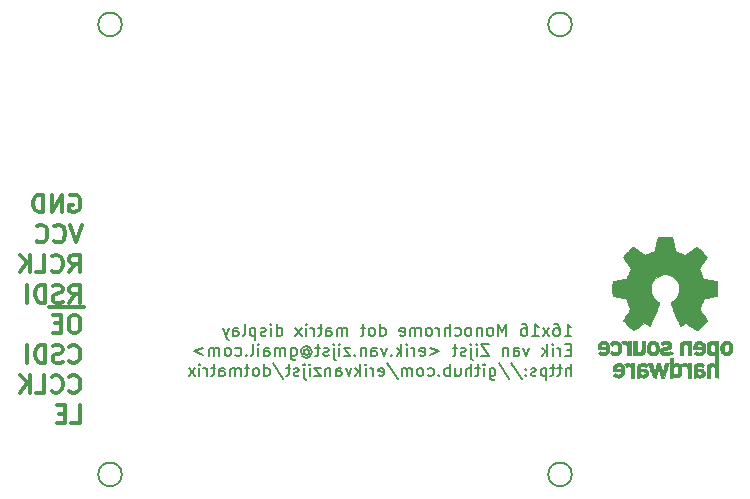
<source format=gbo>
G04 #@! TF.GenerationSoftware,KiCad,Pcbnew,(5.1.5-0-10_14)*
G04 #@! TF.CreationDate,2020-06-14T22:58:27-07:00*
G04 #@! TF.ProjectId,matrix,6d617472-6978-42e6-9b69-6361645f7063,rev?*
G04 #@! TF.SameCoordinates,Original*
G04 #@! TF.FileFunction,Legend,Bot*
G04 #@! TF.FilePolarity,Positive*
%FSLAX46Y46*%
G04 Gerber Fmt 4.6, Leading zero omitted, Abs format (unit mm)*
G04 Created by KiCad (PCBNEW (5.1.5-0-10_14)) date 2020-06-14 22:58:27*
%MOMM*%
%LPD*%
G04 APERTURE LIST*
%ADD10C,0.300000*%
%ADD11C,0.177800*%
%ADD12C,0.150000*%
%ADD13C,0.010000*%
G04 APERTURE END LIST*
D10*
X159063142Y-85067000D02*
X159206000Y-84995571D01*
X159420285Y-84995571D01*
X159634571Y-85067000D01*
X159777428Y-85209857D01*
X159848857Y-85352714D01*
X159920285Y-85638428D01*
X159920285Y-85852714D01*
X159848857Y-86138428D01*
X159777428Y-86281285D01*
X159634571Y-86424142D01*
X159420285Y-86495571D01*
X159277428Y-86495571D01*
X159063142Y-86424142D01*
X158991714Y-86352714D01*
X158991714Y-85852714D01*
X159277428Y-85852714D01*
X158348857Y-86495571D02*
X158348857Y-84995571D01*
X157491714Y-86495571D01*
X157491714Y-84995571D01*
X156777428Y-86495571D02*
X156777428Y-84995571D01*
X156420285Y-84995571D01*
X156206000Y-85067000D01*
X156063142Y-85209857D01*
X155991714Y-85352714D01*
X155920285Y-85638428D01*
X155920285Y-85852714D01*
X155991714Y-86138428D01*
X156063142Y-86281285D01*
X156206000Y-86424142D01*
X156420285Y-86495571D01*
X156777428Y-86495571D01*
X160063142Y-87545571D02*
X159563142Y-89045571D01*
X159063142Y-87545571D01*
X157706000Y-88902714D02*
X157777428Y-88974142D01*
X157991714Y-89045571D01*
X158134571Y-89045571D01*
X158348857Y-88974142D01*
X158491714Y-88831285D01*
X158563142Y-88688428D01*
X158634571Y-88402714D01*
X158634571Y-88188428D01*
X158563142Y-87902714D01*
X158491714Y-87759857D01*
X158348857Y-87617000D01*
X158134571Y-87545571D01*
X157991714Y-87545571D01*
X157777428Y-87617000D01*
X157706000Y-87688428D01*
X156206000Y-88902714D02*
X156277428Y-88974142D01*
X156491714Y-89045571D01*
X156634571Y-89045571D01*
X156848857Y-88974142D01*
X156991714Y-88831285D01*
X157063142Y-88688428D01*
X157134571Y-88402714D01*
X157134571Y-88188428D01*
X157063142Y-87902714D01*
X156991714Y-87759857D01*
X156848857Y-87617000D01*
X156634571Y-87545571D01*
X156491714Y-87545571D01*
X156277428Y-87617000D01*
X156206000Y-87688428D01*
X158991714Y-91595571D02*
X159491714Y-90881285D01*
X159848857Y-91595571D02*
X159848857Y-90095571D01*
X159277428Y-90095571D01*
X159134571Y-90167000D01*
X159063142Y-90238428D01*
X158991714Y-90381285D01*
X158991714Y-90595571D01*
X159063142Y-90738428D01*
X159134571Y-90809857D01*
X159277428Y-90881285D01*
X159848857Y-90881285D01*
X157491714Y-91452714D02*
X157563142Y-91524142D01*
X157777428Y-91595571D01*
X157920285Y-91595571D01*
X158134571Y-91524142D01*
X158277428Y-91381285D01*
X158348857Y-91238428D01*
X158420285Y-90952714D01*
X158420285Y-90738428D01*
X158348857Y-90452714D01*
X158277428Y-90309857D01*
X158134571Y-90167000D01*
X157920285Y-90095571D01*
X157777428Y-90095571D01*
X157563142Y-90167000D01*
X157491714Y-90238428D01*
X156134571Y-91595571D02*
X156848857Y-91595571D01*
X156848857Y-90095571D01*
X155634571Y-91595571D02*
X155634571Y-90095571D01*
X154777428Y-91595571D02*
X155420285Y-90738428D01*
X154777428Y-90095571D02*
X155634571Y-90952714D01*
X158991714Y-94145571D02*
X159491714Y-93431285D01*
X159848857Y-94145571D02*
X159848857Y-92645571D01*
X159277428Y-92645571D01*
X159134571Y-92717000D01*
X159063142Y-92788428D01*
X158991714Y-92931285D01*
X158991714Y-93145571D01*
X159063142Y-93288428D01*
X159134571Y-93359857D01*
X159277428Y-93431285D01*
X159848857Y-93431285D01*
X158420285Y-94074142D02*
X158206000Y-94145571D01*
X157848857Y-94145571D01*
X157706000Y-94074142D01*
X157634571Y-94002714D01*
X157563142Y-93859857D01*
X157563142Y-93717000D01*
X157634571Y-93574142D01*
X157706000Y-93502714D01*
X157848857Y-93431285D01*
X158134571Y-93359857D01*
X158277428Y-93288428D01*
X158348857Y-93217000D01*
X158420285Y-93074142D01*
X158420285Y-92931285D01*
X158348857Y-92788428D01*
X158277428Y-92717000D01*
X158134571Y-92645571D01*
X157777428Y-92645571D01*
X157563142Y-92717000D01*
X156920285Y-94145571D02*
X156920285Y-92645571D01*
X156563142Y-92645571D01*
X156348857Y-92717000D01*
X156206000Y-92859857D01*
X156134571Y-93002714D01*
X156063142Y-93288428D01*
X156063142Y-93502714D01*
X156134571Y-93788428D01*
X156206000Y-93931285D01*
X156348857Y-94074142D01*
X156563142Y-94145571D01*
X156920285Y-94145571D01*
X155420285Y-94145571D02*
X155420285Y-92645571D01*
X160206000Y-94547000D02*
X158634571Y-94547000D01*
X159563142Y-95195571D02*
X159277428Y-95195571D01*
X159134571Y-95267000D01*
X158991714Y-95409857D01*
X158920285Y-95695571D01*
X158920285Y-96195571D01*
X158991714Y-96481285D01*
X159134571Y-96624142D01*
X159277428Y-96695571D01*
X159563142Y-96695571D01*
X159706000Y-96624142D01*
X159848857Y-96481285D01*
X159920285Y-96195571D01*
X159920285Y-95695571D01*
X159848857Y-95409857D01*
X159706000Y-95267000D01*
X159563142Y-95195571D01*
X158634571Y-94547000D02*
X157277428Y-94547000D01*
X158277428Y-95909857D02*
X157777428Y-95909857D01*
X157563142Y-96695571D02*
X158277428Y-96695571D01*
X158277428Y-95195571D01*
X157563142Y-95195571D01*
X158991714Y-99102714D02*
X159063142Y-99174142D01*
X159277428Y-99245571D01*
X159420285Y-99245571D01*
X159634571Y-99174142D01*
X159777428Y-99031285D01*
X159848857Y-98888428D01*
X159920285Y-98602714D01*
X159920285Y-98388428D01*
X159848857Y-98102714D01*
X159777428Y-97959857D01*
X159634571Y-97817000D01*
X159420285Y-97745571D01*
X159277428Y-97745571D01*
X159063142Y-97817000D01*
X158991714Y-97888428D01*
X158420285Y-99174142D02*
X158206000Y-99245571D01*
X157848857Y-99245571D01*
X157706000Y-99174142D01*
X157634571Y-99102714D01*
X157563142Y-98959857D01*
X157563142Y-98817000D01*
X157634571Y-98674142D01*
X157706000Y-98602714D01*
X157848857Y-98531285D01*
X158134571Y-98459857D01*
X158277428Y-98388428D01*
X158348857Y-98317000D01*
X158420285Y-98174142D01*
X158420285Y-98031285D01*
X158348857Y-97888428D01*
X158277428Y-97817000D01*
X158134571Y-97745571D01*
X157777428Y-97745571D01*
X157563142Y-97817000D01*
X156920285Y-99245571D02*
X156920285Y-97745571D01*
X156563142Y-97745571D01*
X156348857Y-97817000D01*
X156206000Y-97959857D01*
X156134571Y-98102714D01*
X156063142Y-98388428D01*
X156063142Y-98602714D01*
X156134571Y-98888428D01*
X156206000Y-99031285D01*
X156348857Y-99174142D01*
X156563142Y-99245571D01*
X156920285Y-99245571D01*
X155420285Y-99245571D02*
X155420285Y-97745571D01*
X158991714Y-101652714D02*
X159063142Y-101724142D01*
X159277428Y-101795571D01*
X159420285Y-101795571D01*
X159634571Y-101724142D01*
X159777428Y-101581285D01*
X159848857Y-101438428D01*
X159920285Y-101152714D01*
X159920285Y-100938428D01*
X159848857Y-100652714D01*
X159777428Y-100509857D01*
X159634571Y-100367000D01*
X159420285Y-100295571D01*
X159277428Y-100295571D01*
X159063142Y-100367000D01*
X158991714Y-100438428D01*
X157491714Y-101652714D02*
X157563142Y-101724142D01*
X157777428Y-101795571D01*
X157920285Y-101795571D01*
X158134571Y-101724142D01*
X158277428Y-101581285D01*
X158348857Y-101438428D01*
X158420285Y-101152714D01*
X158420285Y-100938428D01*
X158348857Y-100652714D01*
X158277428Y-100509857D01*
X158134571Y-100367000D01*
X157920285Y-100295571D01*
X157777428Y-100295571D01*
X157563142Y-100367000D01*
X157491714Y-100438428D01*
X156134571Y-101795571D02*
X156848857Y-101795571D01*
X156848857Y-100295571D01*
X155634571Y-101795571D02*
X155634571Y-100295571D01*
X154777428Y-101795571D02*
X155420285Y-100938428D01*
X154777428Y-100295571D02*
X155634571Y-101152714D01*
X159134571Y-104345571D02*
X159848857Y-104345571D01*
X159848857Y-102845571D01*
X158634571Y-103559857D02*
X158134571Y-103559857D01*
X157920285Y-104345571D02*
X158634571Y-104345571D01*
X158634571Y-102845571D01*
X157920285Y-102845571D01*
D11*
X200913334Y-96954219D02*
X201493906Y-96954219D01*
X201203620Y-96954219D02*
X201203620Y-95938219D01*
X201300382Y-96083361D01*
X201397144Y-96180123D01*
X201493906Y-96228504D01*
X200042477Y-95938219D02*
X200236001Y-95938219D01*
X200332763Y-95986600D01*
X200381144Y-96034980D01*
X200477906Y-96180123D01*
X200526287Y-96373647D01*
X200526287Y-96760695D01*
X200477906Y-96857457D01*
X200429525Y-96905838D01*
X200332763Y-96954219D01*
X200139239Y-96954219D01*
X200042477Y-96905838D01*
X199994096Y-96857457D01*
X199945715Y-96760695D01*
X199945715Y-96518790D01*
X199994096Y-96422028D01*
X200042477Y-96373647D01*
X200139239Y-96325266D01*
X200332763Y-96325266D01*
X200429525Y-96373647D01*
X200477906Y-96422028D01*
X200526287Y-96518790D01*
X199607049Y-96954219D02*
X199074858Y-96276885D01*
X199607049Y-96276885D02*
X199074858Y-96954219D01*
X198155620Y-96954219D02*
X198736191Y-96954219D01*
X198445906Y-96954219D02*
X198445906Y-95938219D01*
X198542668Y-96083361D01*
X198639430Y-96180123D01*
X198736191Y-96228504D01*
X197284763Y-95938219D02*
X197478287Y-95938219D01*
X197575049Y-95986600D01*
X197623429Y-96034980D01*
X197720191Y-96180123D01*
X197768572Y-96373647D01*
X197768572Y-96760695D01*
X197720191Y-96857457D01*
X197671810Y-96905838D01*
X197575049Y-96954219D01*
X197381525Y-96954219D01*
X197284763Y-96905838D01*
X197236382Y-96857457D01*
X197188001Y-96760695D01*
X197188001Y-96518790D01*
X197236382Y-96422028D01*
X197284763Y-96373647D01*
X197381525Y-96325266D01*
X197575049Y-96325266D01*
X197671810Y-96373647D01*
X197720191Y-96422028D01*
X197768572Y-96518790D01*
X195978477Y-96954219D02*
X195978477Y-95938219D01*
X195639810Y-96663933D01*
X195301144Y-95938219D01*
X195301144Y-96954219D01*
X194672191Y-96954219D02*
X194768953Y-96905838D01*
X194817334Y-96857457D01*
X194865715Y-96760695D01*
X194865715Y-96470409D01*
X194817334Y-96373647D01*
X194768953Y-96325266D01*
X194672191Y-96276885D01*
X194527049Y-96276885D01*
X194430287Y-96325266D01*
X194381906Y-96373647D01*
X194333525Y-96470409D01*
X194333525Y-96760695D01*
X194381906Y-96857457D01*
X194430287Y-96905838D01*
X194527049Y-96954219D01*
X194672191Y-96954219D01*
X193898096Y-96276885D02*
X193898096Y-96954219D01*
X193898096Y-96373647D02*
X193849715Y-96325266D01*
X193752953Y-96276885D01*
X193607810Y-96276885D01*
X193511049Y-96325266D01*
X193462668Y-96422028D01*
X193462668Y-96954219D01*
X192833715Y-96954219D02*
X192930477Y-96905838D01*
X192978858Y-96857457D01*
X193027239Y-96760695D01*
X193027239Y-96470409D01*
X192978858Y-96373647D01*
X192930477Y-96325266D01*
X192833715Y-96276885D01*
X192688572Y-96276885D01*
X192591810Y-96325266D01*
X192543429Y-96373647D01*
X192495049Y-96470409D01*
X192495049Y-96760695D01*
X192543429Y-96857457D01*
X192591810Y-96905838D01*
X192688572Y-96954219D01*
X192833715Y-96954219D01*
X191624191Y-96905838D02*
X191720953Y-96954219D01*
X191914477Y-96954219D01*
X192011239Y-96905838D01*
X192059620Y-96857457D01*
X192108001Y-96760695D01*
X192108001Y-96470409D01*
X192059620Y-96373647D01*
X192011239Y-96325266D01*
X191914477Y-96276885D01*
X191720953Y-96276885D01*
X191624191Y-96325266D01*
X191188763Y-96954219D02*
X191188763Y-95938219D01*
X190753334Y-96954219D02*
X190753334Y-96422028D01*
X190801715Y-96325266D01*
X190898477Y-96276885D01*
X191043620Y-96276885D01*
X191140382Y-96325266D01*
X191188763Y-96373647D01*
X190269525Y-96954219D02*
X190269525Y-96276885D01*
X190269525Y-96470409D02*
X190221144Y-96373647D01*
X190172763Y-96325266D01*
X190076001Y-96276885D01*
X189979239Y-96276885D01*
X189495429Y-96954219D02*
X189592191Y-96905838D01*
X189640572Y-96857457D01*
X189688953Y-96760695D01*
X189688953Y-96470409D01*
X189640572Y-96373647D01*
X189592191Y-96325266D01*
X189495429Y-96276885D01*
X189350287Y-96276885D01*
X189253525Y-96325266D01*
X189205144Y-96373647D01*
X189156763Y-96470409D01*
X189156763Y-96760695D01*
X189205144Y-96857457D01*
X189253525Y-96905838D01*
X189350287Y-96954219D01*
X189495429Y-96954219D01*
X188721334Y-96954219D02*
X188721334Y-96276885D01*
X188721334Y-96373647D02*
X188672953Y-96325266D01*
X188576191Y-96276885D01*
X188431049Y-96276885D01*
X188334287Y-96325266D01*
X188285906Y-96422028D01*
X188285906Y-96954219D01*
X188285906Y-96422028D02*
X188237525Y-96325266D01*
X188140763Y-96276885D01*
X187995620Y-96276885D01*
X187898858Y-96325266D01*
X187850477Y-96422028D01*
X187850477Y-96954219D01*
X186979620Y-96905838D02*
X187076382Y-96954219D01*
X187269906Y-96954219D01*
X187366668Y-96905838D01*
X187415049Y-96809076D01*
X187415049Y-96422028D01*
X187366668Y-96325266D01*
X187269906Y-96276885D01*
X187076382Y-96276885D01*
X186979620Y-96325266D01*
X186931239Y-96422028D01*
X186931239Y-96518790D01*
X187415049Y-96615552D01*
X185286287Y-96954219D02*
X185286287Y-95938219D01*
X185286287Y-96905838D02*
X185383049Y-96954219D01*
X185576572Y-96954219D01*
X185673334Y-96905838D01*
X185721715Y-96857457D01*
X185770096Y-96760695D01*
X185770096Y-96470409D01*
X185721715Y-96373647D01*
X185673334Y-96325266D01*
X185576572Y-96276885D01*
X185383049Y-96276885D01*
X185286287Y-96325266D01*
X184657334Y-96954219D02*
X184754096Y-96905838D01*
X184802477Y-96857457D01*
X184850858Y-96760695D01*
X184850858Y-96470409D01*
X184802477Y-96373647D01*
X184754096Y-96325266D01*
X184657334Y-96276885D01*
X184512191Y-96276885D01*
X184415429Y-96325266D01*
X184367049Y-96373647D01*
X184318668Y-96470409D01*
X184318668Y-96760695D01*
X184367049Y-96857457D01*
X184415429Y-96905838D01*
X184512191Y-96954219D01*
X184657334Y-96954219D01*
X184028382Y-96276885D02*
X183641334Y-96276885D01*
X183883239Y-95938219D02*
X183883239Y-96809076D01*
X183834858Y-96905838D01*
X183738096Y-96954219D01*
X183641334Y-96954219D01*
X182528572Y-96954219D02*
X182528572Y-96276885D01*
X182528572Y-96373647D02*
X182480191Y-96325266D01*
X182383429Y-96276885D01*
X182238287Y-96276885D01*
X182141525Y-96325266D01*
X182093144Y-96422028D01*
X182093144Y-96954219D01*
X182093144Y-96422028D02*
X182044763Y-96325266D01*
X181948001Y-96276885D01*
X181802858Y-96276885D01*
X181706096Y-96325266D01*
X181657715Y-96422028D01*
X181657715Y-96954219D01*
X180738477Y-96954219D02*
X180738477Y-96422028D01*
X180786858Y-96325266D01*
X180883620Y-96276885D01*
X181077144Y-96276885D01*
X181173906Y-96325266D01*
X180738477Y-96905838D02*
X180835239Y-96954219D01*
X181077144Y-96954219D01*
X181173906Y-96905838D01*
X181222287Y-96809076D01*
X181222287Y-96712314D01*
X181173906Y-96615552D01*
X181077144Y-96567171D01*
X180835239Y-96567171D01*
X180738477Y-96518790D01*
X180399810Y-96276885D02*
X180012763Y-96276885D01*
X180254668Y-95938219D02*
X180254668Y-96809076D01*
X180206287Y-96905838D01*
X180109525Y-96954219D01*
X180012763Y-96954219D01*
X179674096Y-96954219D02*
X179674096Y-96276885D01*
X179674096Y-96470409D02*
X179625715Y-96373647D01*
X179577334Y-96325266D01*
X179480572Y-96276885D01*
X179383810Y-96276885D01*
X179045144Y-96954219D02*
X179045144Y-96276885D01*
X179045144Y-95938219D02*
X179093525Y-95986600D01*
X179045144Y-96034980D01*
X178996763Y-95986600D01*
X179045144Y-95938219D01*
X179045144Y-96034980D01*
X178658096Y-96954219D02*
X178125906Y-96276885D01*
X178658096Y-96276885D02*
X178125906Y-96954219D01*
X176529334Y-96954219D02*
X176529334Y-95938219D01*
X176529334Y-96905838D02*
X176626096Y-96954219D01*
X176819620Y-96954219D01*
X176916382Y-96905838D01*
X176964763Y-96857457D01*
X177013144Y-96760695D01*
X177013144Y-96470409D01*
X176964763Y-96373647D01*
X176916382Y-96325266D01*
X176819620Y-96276885D01*
X176626096Y-96276885D01*
X176529334Y-96325266D01*
X176045525Y-96954219D02*
X176045525Y-96276885D01*
X176045525Y-95938219D02*
X176093906Y-95986600D01*
X176045525Y-96034980D01*
X175997144Y-95986600D01*
X176045525Y-95938219D01*
X176045525Y-96034980D01*
X175610096Y-96905838D02*
X175513334Y-96954219D01*
X175319810Y-96954219D01*
X175223049Y-96905838D01*
X175174668Y-96809076D01*
X175174668Y-96760695D01*
X175223049Y-96663933D01*
X175319810Y-96615552D01*
X175464953Y-96615552D01*
X175561715Y-96567171D01*
X175610096Y-96470409D01*
X175610096Y-96422028D01*
X175561715Y-96325266D01*
X175464953Y-96276885D01*
X175319810Y-96276885D01*
X175223049Y-96325266D01*
X174739239Y-96276885D02*
X174739239Y-97292885D01*
X174739239Y-96325266D02*
X174642477Y-96276885D01*
X174448953Y-96276885D01*
X174352191Y-96325266D01*
X174303810Y-96373647D01*
X174255429Y-96470409D01*
X174255429Y-96760695D01*
X174303810Y-96857457D01*
X174352191Y-96905838D01*
X174448953Y-96954219D01*
X174642477Y-96954219D01*
X174739239Y-96905838D01*
X173674858Y-96954219D02*
X173771620Y-96905838D01*
X173820001Y-96809076D01*
X173820001Y-95938219D01*
X172852382Y-96954219D02*
X172852382Y-96422028D01*
X172900763Y-96325266D01*
X172997525Y-96276885D01*
X173191049Y-96276885D01*
X173287810Y-96325266D01*
X172852382Y-96905838D02*
X172949144Y-96954219D01*
X173191049Y-96954219D01*
X173287810Y-96905838D01*
X173336191Y-96809076D01*
X173336191Y-96712314D01*
X173287810Y-96615552D01*
X173191049Y-96567171D01*
X172949144Y-96567171D01*
X172852382Y-96518790D01*
X172465334Y-96276885D02*
X172223429Y-96954219D01*
X171981525Y-96276885D02*
X172223429Y-96954219D01*
X172320191Y-97196123D01*
X172368572Y-97244504D01*
X172465334Y-97292885D01*
X201445525Y-98123828D02*
X201106858Y-98123828D01*
X200961715Y-98656019D02*
X201445525Y-98656019D01*
X201445525Y-97640019D01*
X200961715Y-97640019D01*
X200526287Y-98656019D02*
X200526287Y-97978685D01*
X200526287Y-98172209D02*
X200477906Y-98075447D01*
X200429525Y-98027066D01*
X200332763Y-97978685D01*
X200236001Y-97978685D01*
X199897334Y-98656019D02*
X199897334Y-97978685D01*
X199897334Y-97640019D02*
X199945715Y-97688400D01*
X199897334Y-97736780D01*
X199848953Y-97688400D01*
X199897334Y-97640019D01*
X199897334Y-97736780D01*
X199413525Y-98656019D02*
X199413525Y-97640019D01*
X199316763Y-98268971D02*
X199026477Y-98656019D01*
X199026477Y-97978685D02*
X199413525Y-98365733D01*
X197913715Y-97978685D02*
X197671810Y-98656019D01*
X197429906Y-97978685D01*
X196607430Y-98656019D02*
X196607430Y-98123828D01*
X196655810Y-98027066D01*
X196752572Y-97978685D01*
X196946096Y-97978685D01*
X197042858Y-98027066D01*
X196607430Y-98607638D02*
X196704191Y-98656019D01*
X196946096Y-98656019D01*
X197042858Y-98607638D01*
X197091239Y-98510876D01*
X197091239Y-98414114D01*
X197042858Y-98317352D01*
X196946096Y-98268971D01*
X196704191Y-98268971D01*
X196607430Y-98220590D01*
X196123620Y-97978685D02*
X196123620Y-98656019D01*
X196123620Y-98075447D02*
X196075239Y-98027066D01*
X195978477Y-97978685D01*
X195833334Y-97978685D01*
X195736572Y-98027066D01*
X195688191Y-98123828D01*
X195688191Y-98656019D01*
X194527049Y-97640019D02*
X193849715Y-97640019D01*
X194527049Y-98656019D01*
X193849715Y-98656019D01*
X193462668Y-98656019D02*
X193462668Y-97978685D01*
X193462668Y-97640019D02*
X193511049Y-97688400D01*
X193462668Y-97736780D01*
X193414287Y-97688400D01*
X193462668Y-97640019D01*
X193462668Y-97736780D01*
X192978858Y-97978685D02*
X192978858Y-98849542D01*
X193027239Y-98946304D01*
X193124001Y-98994685D01*
X193172382Y-98994685D01*
X192978858Y-97640019D02*
X193027239Y-97688400D01*
X192978858Y-97736780D01*
X192930477Y-97688400D01*
X192978858Y-97640019D01*
X192978858Y-97736780D01*
X192543430Y-98607638D02*
X192446668Y-98656019D01*
X192253144Y-98656019D01*
X192156382Y-98607638D01*
X192108001Y-98510876D01*
X192108001Y-98462495D01*
X192156382Y-98365733D01*
X192253144Y-98317352D01*
X192398287Y-98317352D01*
X192495049Y-98268971D01*
X192543430Y-98172209D01*
X192543430Y-98123828D01*
X192495049Y-98027066D01*
X192398287Y-97978685D01*
X192253144Y-97978685D01*
X192156382Y-98027066D01*
X191817715Y-97978685D02*
X191430668Y-97978685D01*
X191672572Y-97640019D02*
X191672572Y-98510876D01*
X191624191Y-98607638D01*
X191527430Y-98656019D01*
X191430668Y-98656019D01*
X189543810Y-97978685D02*
X190317906Y-98268971D01*
X189543810Y-98559257D01*
X188672953Y-98607638D02*
X188769715Y-98656019D01*
X188963239Y-98656019D01*
X189060001Y-98607638D01*
X189108382Y-98510876D01*
X189108382Y-98123828D01*
X189060001Y-98027066D01*
X188963239Y-97978685D01*
X188769715Y-97978685D01*
X188672953Y-98027066D01*
X188624572Y-98123828D01*
X188624572Y-98220590D01*
X189108382Y-98317352D01*
X188189144Y-98656019D02*
X188189144Y-97978685D01*
X188189144Y-98172209D02*
X188140763Y-98075447D01*
X188092382Y-98027066D01*
X187995620Y-97978685D01*
X187898858Y-97978685D01*
X187560191Y-98656019D02*
X187560191Y-97978685D01*
X187560191Y-97640019D02*
X187608572Y-97688400D01*
X187560191Y-97736780D01*
X187511810Y-97688400D01*
X187560191Y-97640019D01*
X187560191Y-97736780D01*
X187076382Y-98656019D02*
X187076382Y-97640019D01*
X186979620Y-98268971D02*
X186689334Y-98656019D01*
X186689334Y-97978685D02*
X187076382Y-98365733D01*
X186253906Y-98559257D02*
X186205525Y-98607638D01*
X186253906Y-98656019D01*
X186302287Y-98607638D01*
X186253906Y-98559257D01*
X186253906Y-98656019D01*
X185866858Y-97978685D02*
X185624953Y-98656019D01*
X185383049Y-97978685D01*
X184560572Y-98656019D02*
X184560572Y-98123828D01*
X184608953Y-98027066D01*
X184705715Y-97978685D01*
X184899239Y-97978685D01*
X184996001Y-98027066D01*
X184560572Y-98607638D02*
X184657334Y-98656019D01*
X184899239Y-98656019D01*
X184996001Y-98607638D01*
X185044382Y-98510876D01*
X185044382Y-98414114D01*
X184996001Y-98317352D01*
X184899239Y-98268971D01*
X184657334Y-98268971D01*
X184560572Y-98220590D01*
X184076763Y-97978685D02*
X184076763Y-98656019D01*
X184076763Y-98075447D02*
X184028382Y-98027066D01*
X183931620Y-97978685D01*
X183786477Y-97978685D01*
X183689715Y-98027066D01*
X183641334Y-98123828D01*
X183641334Y-98656019D01*
X183157525Y-98559257D02*
X183109144Y-98607638D01*
X183157525Y-98656019D01*
X183205906Y-98607638D01*
X183157525Y-98559257D01*
X183157525Y-98656019D01*
X182770477Y-97978685D02*
X182238287Y-97978685D01*
X182770477Y-98656019D01*
X182238287Y-98656019D01*
X181851239Y-98656019D02*
X181851239Y-97978685D01*
X181851239Y-97640019D02*
X181899620Y-97688400D01*
X181851239Y-97736780D01*
X181802858Y-97688400D01*
X181851239Y-97640019D01*
X181851239Y-97736780D01*
X181367430Y-97978685D02*
X181367430Y-98849542D01*
X181415810Y-98946304D01*
X181512572Y-98994685D01*
X181560953Y-98994685D01*
X181367430Y-97640019D02*
X181415810Y-97688400D01*
X181367430Y-97736780D01*
X181319049Y-97688400D01*
X181367430Y-97640019D01*
X181367430Y-97736780D01*
X180932001Y-98607638D02*
X180835239Y-98656019D01*
X180641715Y-98656019D01*
X180544953Y-98607638D01*
X180496572Y-98510876D01*
X180496572Y-98462495D01*
X180544953Y-98365733D01*
X180641715Y-98317352D01*
X180786858Y-98317352D01*
X180883620Y-98268971D01*
X180932001Y-98172209D01*
X180932001Y-98123828D01*
X180883620Y-98027066D01*
X180786858Y-97978685D01*
X180641715Y-97978685D01*
X180544953Y-98027066D01*
X180206287Y-97978685D02*
X179819239Y-97978685D01*
X180061144Y-97640019D02*
X180061144Y-98510876D01*
X180012763Y-98607638D01*
X179916001Y-98656019D01*
X179819239Y-98656019D01*
X178851620Y-98172209D02*
X178900001Y-98123828D01*
X178996763Y-98075447D01*
X179093525Y-98075447D01*
X179190287Y-98123828D01*
X179238668Y-98172209D01*
X179287049Y-98268971D01*
X179287049Y-98365733D01*
X179238668Y-98462495D01*
X179190287Y-98510876D01*
X179093525Y-98559257D01*
X178996763Y-98559257D01*
X178900001Y-98510876D01*
X178851620Y-98462495D01*
X178851620Y-98075447D02*
X178851620Y-98462495D01*
X178803239Y-98510876D01*
X178754858Y-98510876D01*
X178658096Y-98462495D01*
X178609715Y-98365733D01*
X178609715Y-98123828D01*
X178706477Y-97978685D01*
X178851620Y-97881923D01*
X179045144Y-97833542D01*
X179238668Y-97881923D01*
X179383810Y-97978685D01*
X179480572Y-98123828D01*
X179528953Y-98317352D01*
X179480572Y-98510876D01*
X179383810Y-98656019D01*
X179238668Y-98752780D01*
X179045144Y-98801161D01*
X178851620Y-98752780D01*
X178706477Y-98656019D01*
X177738858Y-97978685D02*
X177738858Y-98801161D01*
X177787239Y-98897923D01*
X177835620Y-98946304D01*
X177932382Y-98994685D01*
X178077525Y-98994685D01*
X178174287Y-98946304D01*
X177738858Y-98607638D02*
X177835620Y-98656019D01*
X178029144Y-98656019D01*
X178125906Y-98607638D01*
X178174287Y-98559257D01*
X178222668Y-98462495D01*
X178222668Y-98172209D01*
X178174287Y-98075447D01*
X178125906Y-98027066D01*
X178029144Y-97978685D01*
X177835620Y-97978685D01*
X177738858Y-98027066D01*
X177255049Y-98656019D02*
X177255049Y-97978685D01*
X177255049Y-98075447D02*
X177206668Y-98027066D01*
X177109906Y-97978685D01*
X176964763Y-97978685D01*
X176868001Y-98027066D01*
X176819620Y-98123828D01*
X176819620Y-98656019D01*
X176819620Y-98123828D02*
X176771239Y-98027066D01*
X176674477Y-97978685D01*
X176529334Y-97978685D01*
X176432572Y-98027066D01*
X176384191Y-98123828D01*
X176384191Y-98656019D01*
X175464953Y-98656019D02*
X175464953Y-98123828D01*
X175513334Y-98027066D01*
X175610096Y-97978685D01*
X175803620Y-97978685D01*
X175900382Y-98027066D01*
X175464953Y-98607638D02*
X175561715Y-98656019D01*
X175803620Y-98656019D01*
X175900382Y-98607638D01*
X175948763Y-98510876D01*
X175948763Y-98414114D01*
X175900382Y-98317352D01*
X175803620Y-98268971D01*
X175561715Y-98268971D01*
X175464953Y-98220590D01*
X174981144Y-98656019D02*
X174981144Y-97978685D01*
X174981144Y-97640019D02*
X175029525Y-97688400D01*
X174981144Y-97736780D01*
X174932763Y-97688400D01*
X174981144Y-97640019D01*
X174981144Y-97736780D01*
X174352191Y-98656019D02*
X174448953Y-98607638D01*
X174497334Y-98510876D01*
X174497334Y-97640019D01*
X173965144Y-98559257D02*
X173916763Y-98607638D01*
X173965144Y-98656019D01*
X174013525Y-98607638D01*
X173965144Y-98559257D01*
X173965144Y-98656019D01*
X173045906Y-98607638D02*
X173142668Y-98656019D01*
X173336191Y-98656019D01*
X173432953Y-98607638D01*
X173481334Y-98559257D01*
X173529715Y-98462495D01*
X173529715Y-98172209D01*
X173481334Y-98075447D01*
X173432953Y-98027066D01*
X173336191Y-97978685D01*
X173142668Y-97978685D01*
X173045906Y-98027066D01*
X172465334Y-98656019D02*
X172562096Y-98607638D01*
X172610477Y-98559257D01*
X172658858Y-98462495D01*
X172658858Y-98172209D01*
X172610477Y-98075447D01*
X172562096Y-98027066D01*
X172465334Y-97978685D01*
X172320191Y-97978685D01*
X172223430Y-98027066D01*
X172175049Y-98075447D01*
X172126668Y-98172209D01*
X172126668Y-98462495D01*
X172175049Y-98559257D01*
X172223430Y-98607638D01*
X172320191Y-98656019D01*
X172465334Y-98656019D01*
X171691239Y-98656019D02*
X171691239Y-97978685D01*
X171691239Y-98075447D02*
X171642858Y-98027066D01*
X171546096Y-97978685D01*
X171400953Y-97978685D01*
X171304191Y-98027066D01*
X171255810Y-98123828D01*
X171255810Y-98656019D01*
X171255810Y-98123828D02*
X171207430Y-98027066D01*
X171110668Y-97978685D01*
X170965525Y-97978685D01*
X170868763Y-98027066D01*
X170820382Y-98123828D01*
X170820382Y-98656019D01*
X170336572Y-97978685D02*
X169562477Y-98268971D01*
X170336572Y-98559257D01*
X201445525Y-100357819D02*
X201445525Y-99341819D01*
X201010096Y-100357819D02*
X201010096Y-99825628D01*
X201058477Y-99728866D01*
X201155239Y-99680485D01*
X201300382Y-99680485D01*
X201397144Y-99728866D01*
X201445525Y-99777247D01*
X200671430Y-99680485D02*
X200284382Y-99680485D01*
X200526287Y-99341819D02*
X200526287Y-100212676D01*
X200477906Y-100309438D01*
X200381144Y-100357819D01*
X200284382Y-100357819D01*
X200090858Y-99680485D02*
X199703810Y-99680485D01*
X199945715Y-99341819D02*
X199945715Y-100212676D01*
X199897334Y-100309438D01*
X199800572Y-100357819D01*
X199703810Y-100357819D01*
X199365144Y-99680485D02*
X199365144Y-100696485D01*
X199365144Y-99728866D02*
X199268382Y-99680485D01*
X199074858Y-99680485D01*
X198978096Y-99728866D01*
X198929715Y-99777247D01*
X198881334Y-99874009D01*
X198881334Y-100164295D01*
X198929715Y-100261057D01*
X198978096Y-100309438D01*
X199074858Y-100357819D01*
X199268382Y-100357819D01*
X199365144Y-100309438D01*
X198494287Y-100309438D02*
X198397525Y-100357819D01*
X198204001Y-100357819D01*
X198107239Y-100309438D01*
X198058858Y-100212676D01*
X198058858Y-100164295D01*
X198107239Y-100067533D01*
X198204001Y-100019152D01*
X198349144Y-100019152D01*
X198445906Y-99970771D01*
X198494287Y-99874009D01*
X198494287Y-99825628D01*
X198445906Y-99728866D01*
X198349144Y-99680485D01*
X198204001Y-99680485D01*
X198107239Y-99728866D01*
X197623430Y-100261057D02*
X197575049Y-100309438D01*
X197623430Y-100357819D01*
X197671810Y-100309438D01*
X197623430Y-100261057D01*
X197623430Y-100357819D01*
X197623430Y-99728866D02*
X197575049Y-99777247D01*
X197623430Y-99825628D01*
X197671810Y-99777247D01*
X197623430Y-99728866D01*
X197623430Y-99825628D01*
X196413906Y-99293438D02*
X197284763Y-100599723D01*
X195349525Y-99293438D02*
X196220382Y-100599723D01*
X194575430Y-99680485D02*
X194575430Y-100502961D01*
X194623810Y-100599723D01*
X194672191Y-100648104D01*
X194768953Y-100696485D01*
X194914096Y-100696485D01*
X195010858Y-100648104D01*
X194575430Y-100309438D02*
X194672191Y-100357819D01*
X194865715Y-100357819D01*
X194962477Y-100309438D01*
X195010858Y-100261057D01*
X195059239Y-100164295D01*
X195059239Y-99874009D01*
X195010858Y-99777247D01*
X194962477Y-99728866D01*
X194865715Y-99680485D01*
X194672191Y-99680485D01*
X194575430Y-99728866D01*
X194091620Y-100357819D02*
X194091620Y-99680485D01*
X194091620Y-99341819D02*
X194140001Y-99390200D01*
X194091620Y-99438580D01*
X194043239Y-99390200D01*
X194091620Y-99341819D01*
X194091620Y-99438580D01*
X193752953Y-99680485D02*
X193365906Y-99680485D01*
X193607810Y-99341819D02*
X193607810Y-100212676D01*
X193559430Y-100309438D01*
X193462668Y-100357819D01*
X193365906Y-100357819D01*
X193027239Y-100357819D02*
X193027239Y-99341819D01*
X192591810Y-100357819D02*
X192591810Y-99825628D01*
X192640191Y-99728866D01*
X192736953Y-99680485D01*
X192882096Y-99680485D01*
X192978858Y-99728866D01*
X193027239Y-99777247D01*
X191672572Y-99680485D02*
X191672572Y-100357819D01*
X192108001Y-99680485D02*
X192108001Y-100212676D01*
X192059620Y-100309438D01*
X191962858Y-100357819D01*
X191817715Y-100357819D01*
X191720953Y-100309438D01*
X191672572Y-100261057D01*
X191188763Y-100357819D02*
X191188763Y-99341819D01*
X191188763Y-99728866D02*
X191092001Y-99680485D01*
X190898477Y-99680485D01*
X190801715Y-99728866D01*
X190753334Y-99777247D01*
X190704953Y-99874009D01*
X190704953Y-100164295D01*
X190753334Y-100261057D01*
X190801715Y-100309438D01*
X190898477Y-100357819D01*
X191092001Y-100357819D01*
X191188763Y-100309438D01*
X190269525Y-100261057D02*
X190221144Y-100309438D01*
X190269525Y-100357819D01*
X190317906Y-100309438D01*
X190269525Y-100261057D01*
X190269525Y-100357819D01*
X189350287Y-100309438D02*
X189447049Y-100357819D01*
X189640572Y-100357819D01*
X189737334Y-100309438D01*
X189785715Y-100261057D01*
X189834096Y-100164295D01*
X189834096Y-99874009D01*
X189785715Y-99777247D01*
X189737334Y-99728866D01*
X189640572Y-99680485D01*
X189447049Y-99680485D01*
X189350287Y-99728866D01*
X188769715Y-100357819D02*
X188866477Y-100309438D01*
X188914858Y-100261057D01*
X188963239Y-100164295D01*
X188963239Y-99874009D01*
X188914858Y-99777247D01*
X188866477Y-99728866D01*
X188769715Y-99680485D01*
X188624572Y-99680485D01*
X188527810Y-99728866D01*
X188479430Y-99777247D01*
X188431049Y-99874009D01*
X188431049Y-100164295D01*
X188479430Y-100261057D01*
X188527810Y-100309438D01*
X188624572Y-100357819D01*
X188769715Y-100357819D01*
X187995620Y-100357819D02*
X187995620Y-99680485D01*
X187995620Y-99777247D02*
X187947239Y-99728866D01*
X187850477Y-99680485D01*
X187705334Y-99680485D01*
X187608572Y-99728866D01*
X187560191Y-99825628D01*
X187560191Y-100357819D01*
X187560191Y-99825628D02*
X187511810Y-99728866D01*
X187415049Y-99680485D01*
X187269906Y-99680485D01*
X187173144Y-99728866D01*
X187124763Y-99825628D01*
X187124763Y-100357819D01*
X185915239Y-99293438D02*
X186786096Y-100599723D01*
X185189525Y-100309438D02*
X185286287Y-100357819D01*
X185479810Y-100357819D01*
X185576572Y-100309438D01*
X185624953Y-100212676D01*
X185624953Y-99825628D01*
X185576572Y-99728866D01*
X185479810Y-99680485D01*
X185286287Y-99680485D01*
X185189525Y-99728866D01*
X185141144Y-99825628D01*
X185141144Y-99922390D01*
X185624953Y-100019152D01*
X184705715Y-100357819D02*
X184705715Y-99680485D01*
X184705715Y-99874009D02*
X184657334Y-99777247D01*
X184608953Y-99728866D01*
X184512191Y-99680485D01*
X184415430Y-99680485D01*
X184076763Y-100357819D02*
X184076763Y-99680485D01*
X184076763Y-99341819D02*
X184125144Y-99390200D01*
X184076763Y-99438580D01*
X184028382Y-99390200D01*
X184076763Y-99341819D01*
X184076763Y-99438580D01*
X183592953Y-100357819D02*
X183592953Y-99341819D01*
X183496191Y-99970771D02*
X183205906Y-100357819D01*
X183205906Y-99680485D02*
X183592953Y-100067533D01*
X182867239Y-99680485D02*
X182625334Y-100357819D01*
X182383430Y-99680485D01*
X181560953Y-100357819D02*
X181560953Y-99825628D01*
X181609334Y-99728866D01*
X181706096Y-99680485D01*
X181899620Y-99680485D01*
X181996382Y-99728866D01*
X181560953Y-100309438D02*
X181657715Y-100357819D01*
X181899620Y-100357819D01*
X181996382Y-100309438D01*
X182044763Y-100212676D01*
X182044763Y-100115914D01*
X181996382Y-100019152D01*
X181899620Y-99970771D01*
X181657715Y-99970771D01*
X181560953Y-99922390D01*
X181077144Y-99680485D02*
X181077144Y-100357819D01*
X181077144Y-99777247D02*
X181028763Y-99728866D01*
X180932001Y-99680485D01*
X180786858Y-99680485D01*
X180690096Y-99728866D01*
X180641715Y-99825628D01*
X180641715Y-100357819D01*
X180254668Y-99680485D02*
X179722477Y-99680485D01*
X180254668Y-100357819D01*
X179722477Y-100357819D01*
X179335430Y-100357819D02*
X179335430Y-99680485D01*
X179335430Y-99341819D02*
X179383810Y-99390200D01*
X179335430Y-99438580D01*
X179287049Y-99390200D01*
X179335430Y-99341819D01*
X179335430Y-99438580D01*
X178851620Y-99680485D02*
X178851620Y-100551342D01*
X178900001Y-100648104D01*
X178996763Y-100696485D01*
X179045144Y-100696485D01*
X178851620Y-99341819D02*
X178900001Y-99390200D01*
X178851620Y-99438580D01*
X178803239Y-99390200D01*
X178851620Y-99341819D01*
X178851620Y-99438580D01*
X178416191Y-100309438D02*
X178319430Y-100357819D01*
X178125906Y-100357819D01*
X178029144Y-100309438D01*
X177980763Y-100212676D01*
X177980763Y-100164295D01*
X178029144Y-100067533D01*
X178125906Y-100019152D01*
X178271049Y-100019152D01*
X178367810Y-99970771D01*
X178416191Y-99874009D01*
X178416191Y-99825628D01*
X178367810Y-99728866D01*
X178271049Y-99680485D01*
X178125906Y-99680485D01*
X178029144Y-99728866D01*
X177690477Y-99680485D02*
X177303430Y-99680485D01*
X177545334Y-99341819D02*
X177545334Y-100212676D01*
X177496953Y-100309438D01*
X177400191Y-100357819D01*
X177303430Y-100357819D01*
X176239049Y-99293438D02*
X177109906Y-100599723D01*
X175464953Y-100357819D02*
X175464953Y-99341819D01*
X175464953Y-100309438D02*
X175561715Y-100357819D01*
X175755239Y-100357819D01*
X175852001Y-100309438D01*
X175900382Y-100261057D01*
X175948763Y-100164295D01*
X175948763Y-99874009D01*
X175900382Y-99777247D01*
X175852001Y-99728866D01*
X175755239Y-99680485D01*
X175561715Y-99680485D01*
X175464953Y-99728866D01*
X174836001Y-100357819D02*
X174932763Y-100309438D01*
X174981144Y-100261057D01*
X175029525Y-100164295D01*
X175029525Y-99874009D01*
X174981144Y-99777247D01*
X174932763Y-99728866D01*
X174836001Y-99680485D01*
X174690858Y-99680485D01*
X174594096Y-99728866D01*
X174545715Y-99777247D01*
X174497334Y-99874009D01*
X174497334Y-100164295D01*
X174545715Y-100261057D01*
X174594096Y-100309438D01*
X174690858Y-100357819D01*
X174836001Y-100357819D01*
X174207049Y-99680485D02*
X173820001Y-99680485D01*
X174061906Y-99341819D02*
X174061906Y-100212676D01*
X174013525Y-100309438D01*
X173916763Y-100357819D01*
X173820001Y-100357819D01*
X173481334Y-100357819D02*
X173481334Y-99680485D01*
X173481334Y-99777247D02*
X173432953Y-99728866D01*
X173336191Y-99680485D01*
X173191049Y-99680485D01*
X173094287Y-99728866D01*
X173045906Y-99825628D01*
X173045906Y-100357819D01*
X173045906Y-99825628D02*
X172997525Y-99728866D01*
X172900763Y-99680485D01*
X172755620Y-99680485D01*
X172658858Y-99728866D01*
X172610477Y-99825628D01*
X172610477Y-100357819D01*
X171691239Y-100357819D02*
X171691239Y-99825628D01*
X171739620Y-99728866D01*
X171836382Y-99680485D01*
X172029906Y-99680485D01*
X172126668Y-99728866D01*
X171691239Y-100309438D02*
X171788001Y-100357819D01*
X172029906Y-100357819D01*
X172126668Y-100309438D01*
X172175049Y-100212676D01*
X172175049Y-100115914D01*
X172126668Y-100019152D01*
X172029906Y-99970771D01*
X171788001Y-99970771D01*
X171691239Y-99922390D01*
X171352572Y-99680485D02*
X170965525Y-99680485D01*
X171207430Y-99341819D02*
X171207430Y-100212676D01*
X171159049Y-100309438D01*
X171062287Y-100357819D01*
X170965525Y-100357819D01*
X170626858Y-100357819D02*
X170626858Y-99680485D01*
X170626858Y-99874009D02*
X170578477Y-99777247D01*
X170530096Y-99728866D01*
X170433334Y-99680485D01*
X170336572Y-99680485D01*
X169997906Y-100357819D02*
X169997906Y-99680485D01*
X169997906Y-99341819D02*
X170046287Y-99390200D01*
X169997906Y-99438580D01*
X169949525Y-99390200D01*
X169997906Y-99341819D01*
X169997906Y-99438580D01*
X169610858Y-100357819D02*
X169078668Y-99680485D01*
X169610858Y-99680485D02*
X169078668Y-100357819D01*
D12*
X163433000Y-70588000D02*
G75*
G03X163433000Y-70588000I-1000000J0D01*
G01*
D13*
G36*
X208676465Y-89146572D02*
G01*
X208563883Y-89743763D01*
X208148469Y-89915010D01*
X207733056Y-90086257D01*
X207234698Y-89747378D01*
X207095132Y-89653022D01*
X206968972Y-89568775D01*
X206862105Y-89498483D01*
X206780418Y-89445992D01*
X206729799Y-89415149D01*
X206716014Y-89408498D01*
X206691180Y-89425603D01*
X206638112Y-89472889D01*
X206562760Y-89544317D01*
X206471071Y-89633845D01*
X206368993Y-89735434D01*
X206262474Y-89843043D01*
X206157464Y-89950632D01*
X206059909Y-90052160D01*
X205975758Y-90141586D01*
X205910960Y-90212871D01*
X205871462Y-90259973D01*
X205862020Y-90275737D01*
X205875609Y-90304798D01*
X205913707Y-90368466D01*
X205972306Y-90460512D01*
X206047403Y-90574709D01*
X206134991Y-90704829D01*
X206185746Y-90779046D01*
X206278255Y-90914567D01*
X206360460Y-91036861D01*
X206428370Y-91139840D01*
X206478000Y-91217418D01*
X206505360Y-91263506D01*
X206509471Y-91273192D01*
X206500151Y-91300719D01*
X206474746Y-91364873D01*
X206437089Y-91456635D01*
X206391014Y-91566984D01*
X206340354Y-91686900D01*
X206288941Y-91807364D01*
X206240611Y-91919354D01*
X206199194Y-92013852D01*
X206168526Y-92081837D01*
X206152438Y-92114288D01*
X206151489Y-92115565D01*
X206126228Y-92121762D01*
X206058954Y-92135585D01*
X205956640Y-92155677D01*
X205826259Y-92180679D01*
X205674784Y-92209231D01*
X205586406Y-92225696D01*
X205424548Y-92256514D01*
X205278351Y-92285839D01*
X205155213Y-92312066D01*
X205062531Y-92333591D01*
X205007699Y-92348810D01*
X204996677Y-92353638D01*
X204985881Y-92386319D01*
X204977171Y-92460130D01*
X204970540Y-92566437D01*
X204965982Y-92696612D01*
X204963491Y-92842021D01*
X204963062Y-92994035D01*
X204964689Y-93144022D01*
X204968365Y-93283351D01*
X204974085Y-93403390D01*
X204981842Y-93495510D01*
X204991632Y-93551077D01*
X204997504Y-93562645D01*
X205032601Y-93576510D01*
X205106972Y-93596333D01*
X205210777Y-93619784D01*
X205334181Y-93644536D01*
X205377259Y-93652543D01*
X205584953Y-93690586D01*
X205749016Y-93721224D01*
X205874870Y-93745674D01*
X205967935Y-93765154D01*
X206033633Y-93780881D01*
X206077383Y-93794073D01*
X206104608Y-93805949D01*
X206120728Y-93817725D01*
X206122983Y-93820053D01*
X206145497Y-93857545D01*
X206179842Y-93930510D01*
X206222589Y-94030012D01*
X206270308Y-94147118D01*
X206319570Y-94272893D01*
X206366945Y-94398402D01*
X206409005Y-94514710D01*
X206442320Y-94612884D01*
X206463459Y-94683988D01*
X206468995Y-94719087D01*
X206468534Y-94720317D01*
X206449777Y-94749006D01*
X206407224Y-94812130D01*
X206345347Y-94903118D01*
X206268618Y-95015400D01*
X206181509Y-95142405D01*
X206156701Y-95178498D01*
X206068247Y-95309348D01*
X205990412Y-95428736D01*
X205927434Y-95529807D01*
X205883555Y-95605704D01*
X205863015Y-95649572D01*
X205862020Y-95654962D01*
X205879278Y-95683289D01*
X205926964Y-95739406D01*
X205998950Y-95817282D01*
X206089103Y-95910885D01*
X206191295Y-96014186D01*
X206299394Y-96121151D01*
X206407272Y-96225751D01*
X206508796Y-96321954D01*
X206597838Y-96403729D01*
X206668267Y-96465045D01*
X206713953Y-96499871D01*
X206726591Y-96505557D01*
X206756009Y-96492165D01*
X206816239Y-96456044D01*
X206897470Y-96403281D01*
X206959970Y-96360812D01*
X207073215Y-96282885D01*
X207207326Y-96191129D01*
X207341845Y-96099520D01*
X207414167Y-96050491D01*
X207658962Y-95884915D01*
X207864449Y-95996020D01*
X207958064Y-96044693D01*
X208037670Y-96082526D01*
X208091533Y-96104103D01*
X208105243Y-96107106D01*
X208121730Y-96084938D01*
X208154255Y-96022294D01*
X208200391Y-95924954D01*
X208257710Y-95798694D01*
X208323784Y-95649295D01*
X208396185Y-95482533D01*
X208472484Y-95304187D01*
X208550254Y-95120036D01*
X208627066Y-94935857D01*
X208700494Y-94757430D01*
X208768108Y-94590532D01*
X208827480Y-94440942D01*
X208876184Y-94314438D01*
X208911790Y-94216799D01*
X208931870Y-94153802D01*
X208935100Y-94132166D01*
X208909504Y-94104569D01*
X208853461Y-94059770D01*
X208778689Y-94007079D01*
X208772413Y-94002910D01*
X208579155Y-93848214D01*
X208423326Y-93667736D01*
X208306276Y-93467247D01*
X208229355Y-93252519D01*
X208193914Y-93029322D01*
X208201303Y-92803426D01*
X208252873Y-92580604D01*
X208349974Y-92366624D01*
X208378542Y-92319809D01*
X208527132Y-92130763D01*
X208702673Y-91978957D01*
X208899090Y-91865179D01*
X209110307Y-91790220D01*
X209330247Y-91754867D01*
X209552837Y-91759912D01*
X209771999Y-91806144D01*
X209981658Y-91894351D01*
X210175739Y-92025324D01*
X210235774Y-92078482D01*
X210388565Y-92244884D01*
X210499903Y-92420057D01*
X210576277Y-92616411D01*
X210618813Y-92810862D01*
X210629314Y-93029487D01*
X210594299Y-93249197D01*
X210517327Y-93462565D01*
X210401953Y-93662167D01*
X210251734Y-93840574D01*
X210070227Y-93990362D01*
X210046373Y-94006151D01*
X209970799Y-94057857D01*
X209913349Y-94102657D01*
X209885883Y-94131262D01*
X209885483Y-94132166D01*
X209891380Y-94163109D01*
X209914755Y-94233336D01*
X209953179Y-94337070D01*
X210004223Y-94468535D01*
X210065458Y-94621952D01*
X210134456Y-94791546D01*
X210208786Y-94971538D01*
X210286022Y-95156153D01*
X210363732Y-95339613D01*
X210439489Y-95516141D01*
X210510863Y-95679959D01*
X210575426Y-95825292D01*
X210630748Y-95946362D01*
X210674400Y-96037392D01*
X210703954Y-96092605D01*
X210715856Y-96107106D01*
X210752223Y-96095814D01*
X210820270Y-96065530D01*
X210908263Y-96021665D01*
X210956649Y-95996020D01*
X211162137Y-95884915D01*
X211406932Y-96050491D01*
X211531894Y-96135315D01*
X211668705Y-96228661D01*
X211796911Y-96316553D01*
X211861129Y-96360812D01*
X211951449Y-96421463D01*
X212027929Y-96469526D01*
X212080593Y-96498915D01*
X212097698Y-96505127D01*
X212122595Y-96488368D01*
X212177695Y-96441581D01*
X212257657Y-96369625D01*
X212357139Y-96277357D01*
X212470800Y-96169635D01*
X212542685Y-96100471D01*
X212668449Y-95976902D01*
X212777137Y-95866379D01*
X212864355Y-95773630D01*
X212925711Y-95703382D01*
X212956809Y-95660365D01*
X212959792Y-95651635D01*
X212945947Y-95618429D01*
X212907688Y-95551287D01*
X212849258Y-95457008D01*
X212774903Y-95342390D01*
X212688865Y-95214228D01*
X212664397Y-95178498D01*
X212575245Y-95048634D01*
X212495262Y-94931714D01*
X212428920Y-94834307D01*
X212380689Y-94762984D01*
X212355043Y-94724315D01*
X212352565Y-94720317D01*
X212356271Y-94689500D01*
X212375939Y-94621744D01*
X212408140Y-94525984D01*
X212449445Y-94411154D01*
X212496425Y-94286189D01*
X212545651Y-94160024D01*
X212593692Y-94041593D01*
X212637119Y-93939830D01*
X212672504Y-93863671D01*
X212696416Y-93822049D01*
X212698116Y-93820053D01*
X212712738Y-93808158D01*
X212737435Y-93796395D01*
X212777628Y-93783546D01*
X212838737Y-93768394D01*
X212926183Y-93749721D01*
X213045388Y-93726310D01*
X213201773Y-93696942D01*
X213400757Y-93660400D01*
X213443840Y-93652543D01*
X213571529Y-93627872D01*
X213682847Y-93603738D01*
X213767955Y-93582469D01*
X213817017Y-93566393D01*
X213823595Y-93562645D01*
X213834436Y-93529418D01*
X213843247Y-93455166D01*
X213850024Y-93348521D01*
X213854760Y-93218112D01*
X213857450Y-93072572D01*
X213858087Y-92920531D01*
X213856666Y-92770621D01*
X213853180Y-92631473D01*
X213847624Y-92511717D01*
X213839992Y-92419986D01*
X213830278Y-92364911D01*
X213824422Y-92353638D01*
X213791820Y-92342268D01*
X213717582Y-92323769D01*
X213609104Y-92299747D01*
X213473783Y-92271807D01*
X213319015Y-92241553D01*
X213234692Y-92225696D01*
X213074704Y-92195789D01*
X212932033Y-92168695D01*
X212813652Y-92145776D01*
X212726535Y-92128388D01*
X212677655Y-92117892D01*
X212669610Y-92115565D01*
X212656013Y-92089331D01*
X212627271Y-92026140D01*
X212587215Y-91935022D01*
X212539676Y-91825002D01*
X212488485Y-91705110D01*
X212437474Y-91584372D01*
X212390474Y-91471816D01*
X212351316Y-91376471D01*
X212323831Y-91307362D01*
X212311851Y-91273519D01*
X212311628Y-91272040D01*
X212325209Y-91245342D01*
X212363285Y-91183905D01*
X212421853Y-91093834D01*
X212496912Y-90981235D01*
X212584460Y-90852215D01*
X212635353Y-90778106D01*
X212728091Y-90642222D01*
X212810459Y-90518854D01*
X212878439Y-90414242D01*
X212928012Y-90334628D01*
X212955158Y-90286252D01*
X212959079Y-90275407D01*
X212942225Y-90250165D01*
X212895632Y-90196269D01*
X212825251Y-90119758D01*
X212737035Y-90026668D01*
X212636935Y-89923040D01*
X212530902Y-89814909D01*
X212424889Y-89708315D01*
X212324848Y-89609295D01*
X212236730Y-89523887D01*
X212166487Y-89458130D01*
X212120072Y-89418061D01*
X212104544Y-89408498D01*
X212079261Y-89421945D01*
X212018789Y-89459720D01*
X211929008Y-89517980D01*
X211815797Y-89592879D01*
X211685036Y-89680570D01*
X211586400Y-89747378D01*
X211088043Y-90086257D01*
X210672629Y-89915010D01*
X210257216Y-89743763D01*
X210144634Y-89146572D01*
X210032051Y-88549380D01*
X208789048Y-88549380D01*
X208676465Y-89146572D01*
G37*
X208676465Y-89146572D02*
X208563883Y-89743763D01*
X208148469Y-89915010D01*
X207733056Y-90086257D01*
X207234698Y-89747378D01*
X207095132Y-89653022D01*
X206968972Y-89568775D01*
X206862105Y-89498483D01*
X206780418Y-89445992D01*
X206729799Y-89415149D01*
X206716014Y-89408498D01*
X206691180Y-89425603D01*
X206638112Y-89472889D01*
X206562760Y-89544317D01*
X206471071Y-89633845D01*
X206368993Y-89735434D01*
X206262474Y-89843043D01*
X206157464Y-89950632D01*
X206059909Y-90052160D01*
X205975758Y-90141586D01*
X205910960Y-90212871D01*
X205871462Y-90259973D01*
X205862020Y-90275737D01*
X205875609Y-90304798D01*
X205913707Y-90368466D01*
X205972306Y-90460512D01*
X206047403Y-90574709D01*
X206134991Y-90704829D01*
X206185746Y-90779046D01*
X206278255Y-90914567D01*
X206360460Y-91036861D01*
X206428370Y-91139840D01*
X206478000Y-91217418D01*
X206505360Y-91263506D01*
X206509471Y-91273192D01*
X206500151Y-91300719D01*
X206474746Y-91364873D01*
X206437089Y-91456635D01*
X206391014Y-91566984D01*
X206340354Y-91686900D01*
X206288941Y-91807364D01*
X206240611Y-91919354D01*
X206199194Y-92013852D01*
X206168526Y-92081837D01*
X206152438Y-92114288D01*
X206151489Y-92115565D01*
X206126228Y-92121762D01*
X206058954Y-92135585D01*
X205956640Y-92155677D01*
X205826259Y-92180679D01*
X205674784Y-92209231D01*
X205586406Y-92225696D01*
X205424548Y-92256514D01*
X205278351Y-92285839D01*
X205155213Y-92312066D01*
X205062531Y-92333591D01*
X205007699Y-92348810D01*
X204996677Y-92353638D01*
X204985881Y-92386319D01*
X204977171Y-92460130D01*
X204970540Y-92566437D01*
X204965982Y-92696612D01*
X204963491Y-92842021D01*
X204963062Y-92994035D01*
X204964689Y-93144022D01*
X204968365Y-93283351D01*
X204974085Y-93403390D01*
X204981842Y-93495510D01*
X204991632Y-93551077D01*
X204997504Y-93562645D01*
X205032601Y-93576510D01*
X205106972Y-93596333D01*
X205210777Y-93619784D01*
X205334181Y-93644536D01*
X205377259Y-93652543D01*
X205584953Y-93690586D01*
X205749016Y-93721224D01*
X205874870Y-93745674D01*
X205967935Y-93765154D01*
X206033633Y-93780881D01*
X206077383Y-93794073D01*
X206104608Y-93805949D01*
X206120728Y-93817725D01*
X206122983Y-93820053D01*
X206145497Y-93857545D01*
X206179842Y-93930510D01*
X206222589Y-94030012D01*
X206270308Y-94147118D01*
X206319570Y-94272893D01*
X206366945Y-94398402D01*
X206409005Y-94514710D01*
X206442320Y-94612884D01*
X206463459Y-94683988D01*
X206468995Y-94719087D01*
X206468534Y-94720317D01*
X206449777Y-94749006D01*
X206407224Y-94812130D01*
X206345347Y-94903118D01*
X206268618Y-95015400D01*
X206181509Y-95142405D01*
X206156701Y-95178498D01*
X206068247Y-95309348D01*
X205990412Y-95428736D01*
X205927434Y-95529807D01*
X205883555Y-95605704D01*
X205863015Y-95649572D01*
X205862020Y-95654962D01*
X205879278Y-95683289D01*
X205926964Y-95739406D01*
X205998950Y-95817282D01*
X206089103Y-95910885D01*
X206191295Y-96014186D01*
X206299394Y-96121151D01*
X206407272Y-96225751D01*
X206508796Y-96321954D01*
X206597838Y-96403729D01*
X206668267Y-96465045D01*
X206713953Y-96499871D01*
X206726591Y-96505557D01*
X206756009Y-96492165D01*
X206816239Y-96456044D01*
X206897470Y-96403281D01*
X206959970Y-96360812D01*
X207073215Y-96282885D01*
X207207326Y-96191129D01*
X207341845Y-96099520D01*
X207414167Y-96050491D01*
X207658962Y-95884915D01*
X207864449Y-95996020D01*
X207958064Y-96044693D01*
X208037670Y-96082526D01*
X208091533Y-96104103D01*
X208105243Y-96107106D01*
X208121730Y-96084938D01*
X208154255Y-96022294D01*
X208200391Y-95924954D01*
X208257710Y-95798694D01*
X208323784Y-95649295D01*
X208396185Y-95482533D01*
X208472484Y-95304187D01*
X208550254Y-95120036D01*
X208627066Y-94935857D01*
X208700494Y-94757430D01*
X208768108Y-94590532D01*
X208827480Y-94440942D01*
X208876184Y-94314438D01*
X208911790Y-94216799D01*
X208931870Y-94153802D01*
X208935100Y-94132166D01*
X208909504Y-94104569D01*
X208853461Y-94059770D01*
X208778689Y-94007079D01*
X208772413Y-94002910D01*
X208579155Y-93848214D01*
X208423326Y-93667736D01*
X208306276Y-93467247D01*
X208229355Y-93252519D01*
X208193914Y-93029322D01*
X208201303Y-92803426D01*
X208252873Y-92580604D01*
X208349974Y-92366624D01*
X208378542Y-92319809D01*
X208527132Y-92130763D01*
X208702673Y-91978957D01*
X208899090Y-91865179D01*
X209110307Y-91790220D01*
X209330247Y-91754867D01*
X209552837Y-91759912D01*
X209771999Y-91806144D01*
X209981658Y-91894351D01*
X210175739Y-92025324D01*
X210235774Y-92078482D01*
X210388565Y-92244884D01*
X210499903Y-92420057D01*
X210576277Y-92616411D01*
X210618813Y-92810862D01*
X210629314Y-93029487D01*
X210594299Y-93249197D01*
X210517327Y-93462565D01*
X210401953Y-93662167D01*
X210251734Y-93840574D01*
X210070227Y-93990362D01*
X210046373Y-94006151D01*
X209970799Y-94057857D01*
X209913349Y-94102657D01*
X209885883Y-94131262D01*
X209885483Y-94132166D01*
X209891380Y-94163109D01*
X209914755Y-94233336D01*
X209953179Y-94337070D01*
X210004223Y-94468535D01*
X210065458Y-94621952D01*
X210134456Y-94791546D01*
X210208786Y-94971538D01*
X210286022Y-95156153D01*
X210363732Y-95339613D01*
X210439489Y-95516141D01*
X210510863Y-95679959D01*
X210575426Y-95825292D01*
X210630748Y-95946362D01*
X210674400Y-96037392D01*
X210703954Y-96092605D01*
X210715856Y-96107106D01*
X210752223Y-96095814D01*
X210820270Y-96065530D01*
X210908263Y-96021665D01*
X210956649Y-95996020D01*
X211162137Y-95884915D01*
X211406932Y-96050491D01*
X211531894Y-96135315D01*
X211668705Y-96228661D01*
X211796911Y-96316553D01*
X211861129Y-96360812D01*
X211951449Y-96421463D01*
X212027929Y-96469526D01*
X212080593Y-96498915D01*
X212097698Y-96505127D01*
X212122595Y-96488368D01*
X212177695Y-96441581D01*
X212257657Y-96369625D01*
X212357139Y-96277357D01*
X212470800Y-96169635D01*
X212542685Y-96100471D01*
X212668449Y-95976902D01*
X212777137Y-95866379D01*
X212864355Y-95773630D01*
X212925711Y-95703382D01*
X212956809Y-95660365D01*
X212959792Y-95651635D01*
X212945947Y-95618429D01*
X212907688Y-95551287D01*
X212849258Y-95457008D01*
X212774903Y-95342390D01*
X212688865Y-95214228D01*
X212664397Y-95178498D01*
X212575245Y-95048634D01*
X212495262Y-94931714D01*
X212428920Y-94834307D01*
X212380689Y-94762984D01*
X212355043Y-94724315D01*
X212352565Y-94720317D01*
X212356271Y-94689500D01*
X212375939Y-94621744D01*
X212408140Y-94525984D01*
X212449445Y-94411154D01*
X212496425Y-94286189D01*
X212545651Y-94160024D01*
X212593692Y-94041593D01*
X212637119Y-93939830D01*
X212672504Y-93863671D01*
X212696416Y-93822049D01*
X212698116Y-93820053D01*
X212712738Y-93808158D01*
X212737435Y-93796395D01*
X212777628Y-93783546D01*
X212838737Y-93768394D01*
X212926183Y-93749721D01*
X213045388Y-93726310D01*
X213201773Y-93696942D01*
X213400757Y-93660400D01*
X213443840Y-93652543D01*
X213571529Y-93627872D01*
X213682847Y-93603738D01*
X213767955Y-93582469D01*
X213817017Y-93566393D01*
X213823595Y-93562645D01*
X213834436Y-93529418D01*
X213843247Y-93455166D01*
X213850024Y-93348521D01*
X213854760Y-93218112D01*
X213857450Y-93072572D01*
X213858087Y-92920531D01*
X213856666Y-92770621D01*
X213853180Y-92631473D01*
X213847624Y-92511717D01*
X213839992Y-92419986D01*
X213830278Y-92364911D01*
X213824422Y-92353638D01*
X213791820Y-92342268D01*
X213717582Y-92323769D01*
X213609104Y-92299747D01*
X213473783Y-92271807D01*
X213319015Y-92241553D01*
X213234692Y-92225696D01*
X213074704Y-92195789D01*
X212932033Y-92168695D01*
X212813652Y-92145776D01*
X212726535Y-92128388D01*
X212677655Y-92117892D01*
X212669610Y-92115565D01*
X212656013Y-92089331D01*
X212627271Y-92026140D01*
X212587215Y-91935022D01*
X212539676Y-91825002D01*
X212488485Y-91705110D01*
X212437474Y-91584372D01*
X212390474Y-91471816D01*
X212351316Y-91376471D01*
X212323831Y-91307362D01*
X212311851Y-91273519D01*
X212311628Y-91272040D01*
X212325209Y-91245342D01*
X212363285Y-91183905D01*
X212421853Y-91093834D01*
X212496912Y-90981235D01*
X212584460Y-90852215D01*
X212635353Y-90778106D01*
X212728091Y-90642222D01*
X212810459Y-90518854D01*
X212878439Y-90414242D01*
X212928012Y-90334628D01*
X212955158Y-90286252D01*
X212959079Y-90275407D01*
X212942225Y-90250165D01*
X212895632Y-90196269D01*
X212825251Y-90119758D01*
X212737035Y-90026668D01*
X212636935Y-89923040D01*
X212530902Y-89814909D01*
X212424889Y-89708315D01*
X212324848Y-89609295D01*
X212236730Y-89523887D01*
X212166487Y-89458130D01*
X212120072Y-89418061D01*
X212104544Y-89408498D01*
X212079261Y-89421945D01*
X212018789Y-89459720D01*
X211929008Y-89517980D01*
X211815797Y-89592879D01*
X211685036Y-89680570D01*
X211586400Y-89747378D01*
X211088043Y-90086257D01*
X210672629Y-89915010D01*
X210257216Y-89743763D01*
X210144634Y-89146572D01*
X210032051Y-88549380D01*
X208789048Y-88549380D01*
X208676465Y-89146572D01*
G36*
X205859363Y-97400872D02*
G01*
X205773710Y-97427041D01*
X205718563Y-97460107D01*
X205700599Y-97486255D01*
X205705543Y-97517252D01*
X205737628Y-97565947D01*
X205764757Y-97600435D01*
X205820683Y-97662783D01*
X205862701Y-97689015D01*
X205898520Y-97687303D01*
X206004776Y-97660263D01*
X206082811Y-97661491D01*
X206146180Y-97692135D01*
X206167454Y-97710070D01*
X206235549Y-97773179D01*
X206235549Y-98597322D01*
X206509471Y-98597322D01*
X206509471Y-97402028D01*
X206372510Y-97402028D01*
X206290281Y-97405279D01*
X206247856Y-97416826D01*
X206235555Y-97439352D01*
X206235549Y-97440020D01*
X206229740Y-97463615D01*
X206203469Y-97460538D01*
X206167069Y-97443515D01*
X206091889Y-97411839D01*
X206030842Y-97392781D01*
X205952292Y-97387896D01*
X205859363Y-97400872D01*
G37*
X205859363Y-97400872D02*
X205773710Y-97427041D01*
X205718563Y-97460107D01*
X205700599Y-97486255D01*
X205705543Y-97517252D01*
X205737628Y-97565947D01*
X205764757Y-97600435D01*
X205820683Y-97662783D01*
X205862701Y-97689015D01*
X205898520Y-97687303D01*
X206004776Y-97660263D01*
X206082811Y-97661491D01*
X206146180Y-97692135D01*
X206167454Y-97710070D01*
X206235549Y-97773179D01*
X206235549Y-98597322D01*
X206509471Y-98597322D01*
X206509471Y-97402028D01*
X206372510Y-97402028D01*
X206290281Y-97405279D01*
X206247856Y-97416826D01*
X206235555Y-97439352D01*
X206235549Y-97440020D01*
X206229740Y-97463615D01*
X206203469Y-97460538D01*
X206167069Y-97443515D01*
X206091889Y-97411839D01*
X206030842Y-97392781D01*
X205952292Y-97387896D01*
X205859363Y-97400872D01*
G36*
X210916240Y-97422599D02*
G01*
X210854264Y-97452202D01*
X210794241Y-97494961D01*
X210748514Y-97544175D01*
X210715207Y-97606944D01*
X210692445Y-97690371D01*
X210678353Y-97801559D01*
X210671058Y-97947609D01*
X210668682Y-98135623D01*
X210668645Y-98155312D01*
X210668098Y-98597322D01*
X210942020Y-98597322D01*
X210942020Y-98189835D01*
X210942215Y-98038871D01*
X210943564Y-97929456D01*
X210947212Y-97853333D01*
X210954304Y-97802248D01*
X210965987Y-97767945D01*
X210983406Y-97742168D01*
X211007671Y-97716698D01*
X211092565Y-97661971D01*
X211185239Y-97651816D01*
X211273527Y-97686417D01*
X211304230Y-97712170D01*
X211326771Y-97736382D01*
X211342954Y-97762312D01*
X211353832Y-97798108D01*
X211360458Y-97851919D01*
X211363885Y-97931893D01*
X211365166Y-98046179D01*
X211365353Y-98185307D01*
X211365353Y-98597322D01*
X211639275Y-98597322D01*
X211639275Y-97402028D01*
X211502314Y-97402028D01*
X211420084Y-97405279D01*
X211377660Y-97416826D01*
X211365359Y-97439352D01*
X211365353Y-97440020D01*
X211359646Y-97462081D01*
X211334473Y-97459577D01*
X211284422Y-97435337D01*
X211170906Y-97399671D01*
X211041055Y-97395705D01*
X210916240Y-97422599D01*
G37*
X210916240Y-97422599D02*
X210854264Y-97452202D01*
X210794241Y-97494961D01*
X210748514Y-97544175D01*
X210715207Y-97606944D01*
X210692445Y-97690371D01*
X210678353Y-97801559D01*
X210671058Y-97947609D01*
X210668682Y-98135623D01*
X210668645Y-98155312D01*
X210668098Y-98597322D01*
X210942020Y-98597322D01*
X210942020Y-98189835D01*
X210942215Y-98038871D01*
X210943564Y-97929456D01*
X210947212Y-97853333D01*
X210954304Y-97802248D01*
X210965987Y-97767945D01*
X210983406Y-97742168D01*
X211007671Y-97716698D01*
X211092565Y-97661971D01*
X211185239Y-97651816D01*
X211273527Y-97686417D01*
X211304230Y-97712170D01*
X211326771Y-97736382D01*
X211342954Y-97762312D01*
X211353832Y-97798108D01*
X211360458Y-97851919D01*
X211363885Y-97931893D01*
X211365166Y-98046179D01*
X211365353Y-98185307D01*
X211365353Y-98597322D01*
X211639275Y-98597322D01*
X211639275Y-97402028D01*
X211502314Y-97402028D01*
X211420084Y-97405279D01*
X211377660Y-97416826D01*
X211365359Y-97439352D01*
X211365353Y-97440020D01*
X211359646Y-97462081D01*
X211334473Y-97459577D01*
X211284422Y-97435337D01*
X211170906Y-97399671D01*
X211041055Y-97395705D01*
X210916240Y-97422599D01*
G36*
X204119713Y-97397755D02*
G01*
X204055949Y-97413245D01*
X203933700Y-97469969D01*
X203829166Y-97556602D01*
X203756820Y-97660474D01*
X203746881Y-97683796D01*
X203733246Y-97744884D01*
X203723702Y-97835253D01*
X203720451Y-97926590D01*
X203720451Y-98099282D01*
X204081530Y-98099282D01*
X204230454Y-98099845D01*
X204335368Y-98103264D01*
X204402063Y-98112131D01*
X204436334Y-98129041D01*
X204443972Y-98156589D01*
X204430771Y-98197368D01*
X204407123Y-98245083D01*
X204341157Y-98324714D01*
X204249488Y-98364387D01*
X204137445Y-98363095D01*
X204010528Y-98319914D01*
X203900842Y-98266624D01*
X203809827Y-98338591D01*
X203718812Y-98410557D01*
X203804437Y-98489669D01*
X203918750Y-98564417D01*
X204059334Y-98609484D01*
X204210551Y-98622096D01*
X204356764Y-98599479D01*
X204380353Y-98591805D01*
X204508859Y-98524696D01*
X204604449Y-98424647D01*
X204669139Y-98288671D01*
X204704943Y-98113780D01*
X204705360Y-98110032D01*
X204708566Y-97919432D01*
X204695607Y-97851435D01*
X204442608Y-97851435D01*
X204419373Y-97861891D01*
X204356290Y-97869900D01*
X204263294Y-97874473D01*
X204204362Y-97875165D01*
X204094463Y-97874732D01*
X204025748Y-97871978D01*
X203989595Y-97864721D01*
X203977385Y-97850776D01*
X203980496Y-97827962D01*
X203983106Y-97819135D01*
X204027656Y-97736200D01*
X204097721Y-97669360D01*
X204159554Y-97639989D01*
X204241699Y-97641762D01*
X204324938Y-97678390D01*
X204394762Y-97739034D01*
X204436663Y-97812856D01*
X204442608Y-97851435D01*
X204695607Y-97851435D01*
X204676615Y-97751795D01*
X204613227Y-97611111D01*
X204522122Y-97501374D01*
X204407022Y-97426574D01*
X204271645Y-97390704D01*
X204119713Y-97397755D01*
G37*
X204119713Y-97397755D02*
X204055949Y-97413245D01*
X203933700Y-97469969D01*
X203829166Y-97556602D01*
X203756820Y-97660474D01*
X203746881Y-97683796D01*
X203733246Y-97744884D01*
X203723702Y-97835253D01*
X203720451Y-97926590D01*
X203720451Y-98099282D01*
X204081530Y-98099282D01*
X204230454Y-98099845D01*
X204335368Y-98103264D01*
X204402063Y-98112131D01*
X204436334Y-98129041D01*
X204443972Y-98156589D01*
X204430771Y-98197368D01*
X204407123Y-98245083D01*
X204341157Y-98324714D01*
X204249488Y-98364387D01*
X204137445Y-98363095D01*
X204010528Y-98319914D01*
X203900842Y-98266624D01*
X203809827Y-98338591D01*
X203718812Y-98410557D01*
X203804437Y-98489669D01*
X203918750Y-98564417D01*
X204059334Y-98609484D01*
X204210551Y-98622096D01*
X204356764Y-98599479D01*
X204380353Y-98591805D01*
X204508859Y-98524696D01*
X204604449Y-98424647D01*
X204669139Y-98288671D01*
X204704943Y-98113780D01*
X204705360Y-98110032D01*
X204708566Y-97919432D01*
X204695607Y-97851435D01*
X204442608Y-97851435D01*
X204419373Y-97861891D01*
X204356290Y-97869900D01*
X204263294Y-97874473D01*
X204204362Y-97875165D01*
X204094463Y-97874732D01*
X204025748Y-97871978D01*
X203989595Y-97864721D01*
X203977385Y-97850776D01*
X203980496Y-97827962D01*
X203983106Y-97819135D01*
X204027656Y-97736200D01*
X204097721Y-97669360D01*
X204159554Y-97639989D01*
X204241699Y-97641762D01*
X204324938Y-97678390D01*
X204394762Y-97739034D01*
X204436663Y-97812856D01*
X204442608Y-97851435D01*
X204695607Y-97851435D01*
X204676615Y-97751795D01*
X204613227Y-97611111D01*
X204522122Y-97501374D01*
X204407022Y-97426574D01*
X204271645Y-97390704D01*
X204119713Y-97397755D01*
G36*
X205032024Y-97412456D02*
G01*
X204887744Y-97473748D01*
X204842301Y-97503585D01*
X204784221Y-97549436D01*
X204747762Y-97585489D01*
X204741432Y-97597232D01*
X204759307Y-97623289D01*
X204805050Y-97667505D01*
X204841672Y-97698365D01*
X204941912Y-97778920D01*
X205021065Y-97712318D01*
X205082231Y-97669321D01*
X205141871Y-97654479D01*
X205210128Y-97658104D01*
X205318518Y-97685052D01*
X205393128Y-97740987D01*
X205438470Y-97831414D01*
X205459053Y-97961835D01*
X205459058Y-97961917D01*
X205457278Y-98107690D01*
X205429613Y-98214645D01*
X205374429Y-98287464D01*
X205336808Y-98312123D01*
X205236895Y-98342831D01*
X205130178Y-98342849D01*
X205037331Y-98313055D01*
X205015353Y-98298498D01*
X204960235Y-98261314D01*
X204917141Y-98255220D01*
X204870665Y-98282896D01*
X204819284Y-98332605D01*
X204737954Y-98416516D01*
X204828251Y-98490946D01*
X204967764Y-98574949D01*
X205125088Y-98616347D01*
X205289497Y-98613350D01*
X205397469Y-98585900D01*
X205523669Y-98518020D01*
X205624599Y-98411231D01*
X205670452Y-98335851D01*
X205707590Y-98227697D01*
X205726173Y-98090718D01*
X205726316Y-97942264D01*
X205708135Y-97799681D01*
X205671745Y-97680318D01*
X205666013Y-97668080D01*
X205581135Y-97548055D01*
X205466218Y-97460667D01*
X205330341Y-97407729D01*
X205182583Y-97391054D01*
X205032024Y-97412456D01*
G37*
X205032024Y-97412456D02*
X204887744Y-97473748D01*
X204842301Y-97503585D01*
X204784221Y-97549436D01*
X204747762Y-97585489D01*
X204741432Y-97597232D01*
X204759307Y-97623289D01*
X204805050Y-97667505D01*
X204841672Y-97698365D01*
X204941912Y-97778920D01*
X205021065Y-97712318D01*
X205082231Y-97669321D01*
X205141871Y-97654479D01*
X205210128Y-97658104D01*
X205318518Y-97685052D01*
X205393128Y-97740987D01*
X205438470Y-97831414D01*
X205459053Y-97961835D01*
X205459058Y-97961917D01*
X205457278Y-98107690D01*
X205429613Y-98214645D01*
X205374429Y-98287464D01*
X205336808Y-98312123D01*
X205236895Y-98342831D01*
X205130178Y-98342849D01*
X205037331Y-98313055D01*
X205015353Y-98298498D01*
X204960235Y-98261314D01*
X204917141Y-98255220D01*
X204870665Y-98282896D01*
X204819284Y-98332605D01*
X204737954Y-98416516D01*
X204828251Y-98490946D01*
X204967764Y-98574949D01*
X205125088Y-98616347D01*
X205289497Y-98613350D01*
X205397469Y-98585900D01*
X205523669Y-98518020D01*
X205624599Y-98411231D01*
X205670452Y-98335851D01*
X205707590Y-98227697D01*
X205726173Y-98090718D01*
X205726316Y-97942264D01*
X205708135Y-97799681D01*
X205671745Y-97680318D01*
X205666013Y-97668080D01*
X205581135Y-97548055D01*
X205466218Y-97460667D01*
X205330341Y-97407729D01*
X205182583Y-97391054D01*
X205032024Y-97412456D01*
G36*
X207455746Y-97789645D02*
G01*
X207453392Y-97972279D01*
X207444793Y-98111000D01*
X207427640Y-98211547D01*
X207399626Y-98279654D01*
X207358443Y-98321059D01*
X207301783Y-98341497D01*
X207231628Y-98346718D01*
X207158152Y-98340868D01*
X207102343Y-98319493D01*
X207061891Y-98276858D01*
X207034491Y-98207225D01*
X207017833Y-98104860D01*
X207009611Y-97964024D01*
X207007510Y-97789645D01*
X207007510Y-97402028D01*
X206733589Y-97402028D01*
X206733589Y-98597322D01*
X206870549Y-98597322D01*
X206953116Y-98593976D01*
X206995632Y-98582226D01*
X207007510Y-98559920D01*
X207014664Y-98540054D01*
X207043135Y-98544257D01*
X207100524Y-98572371D01*
X207232055Y-98615742D01*
X207371562Y-98612670D01*
X207505235Y-98565574D01*
X207568892Y-98528371D01*
X207617447Y-98488091D01*
X207652919Y-98437691D01*
X207677326Y-98370129D01*
X207692687Y-98278365D01*
X207701018Y-98155355D01*
X207704338Y-97994059D01*
X207704765Y-97869328D01*
X207704765Y-97402028D01*
X207455746Y-97402028D01*
X207455746Y-97789645D01*
G37*
X207455746Y-97789645D02*
X207453392Y-97972279D01*
X207444793Y-98111000D01*
X207427640Y-98211547D01*
X207399626Y-98279654D01*
X207358443Y-98321059D01*
X207301783Y-98341497D01*
X207231628Y-98346718D01*
X207158152Y-98340868D01*
X207102343Y-98319493D01*
X207061891Y-98276858D01*
X207034491Y-98207225D01*
X207017833Y-98104860D01*
X207009611Y-97964024D01*
X207007510Y-97789645D01*
X207007510Y-97402028D01*
X206733589Y-97402028D01*
X206733589Y-98597322D01*
X206870549Y-98597322D01*
X206953116Y-98593976D01*
X206995632Y-98582226D01*
X207007510Y-98559920D01*
X207014664Y-98540054D01*
X207043135Y-98544257D01*
X207100524Y-98572371D01*
X207232055Y-98615742D01*
X207371562Y-98612670D01*
X207505235Y-98565574D01*
X207568892Y-98528371D01*
X207617447Y-98488091D01*
X207652919Y-98437691D01*
X207677326Y-98370129D01*
X207692687Y-98278365D01*
X207701018Y-98155355D01*
X207704338Y-97994059D01*
X207704765Y-97869328D01*
X207704765Y-97402028D01*
X207455746Y-97402028D01*
X207455746Y-97789645D01*
G36*
X208213453Y-97416764D02*
G01*
X208087498Y-97485359D01*
X207988953Y-97593645D01*
X207942522Y-97681715D01*
X207922588Y-97759501D01*
X207909672Y-97870393D01*
X207904137Y-97998138D01*
X207906346Y-98126484D01*
X207916663Y-98239179D01*
X207928714Y-98299369D01*
X207969366Y-98381711D01*
X208039770Y-98469170D01*
X208124618Y-98545651D01*
X208208603Y-98595055D01*
X208210651Y-98595839D01*
X208314866Y-98617427D01*
X208438373Y-98617962D01*
X208555739Y-98598308D01*
X208601058Y-98582555D01*
X208717780Y-98516366D01*
X208801376Y-98429646D01*
X208856299Y-98314838D01*
X208887005Y-98164382D01*
X208893953Y-98085573D01*
X208893067Y-97986545D01*
X208626138Y-97986545D01*
X208617146Y-98131045D01*
X208591264Y-98241160D01*
X208550132Y-98311516D01*
X208520828Y-98331635D01*
X208445749Y-98345665D01*
X208356506Y-98341511D01*
X208279350Y-98321322D01*
X208259117Y-98310215D01*
X208205735Y-98245523D01*
X208170500Y-98146519D01*
X208155502Y-98026032D01*
X208162828Y-97896894D01*
X208179201Y-97819175D01*
X208226210Y-97729171D01*
X208300418Y-97672909D01*
X208389791Y-97653457D01*
X208482293Y-97673881D01*
X208553347Y-97723837D01*
X208590688Y-97765055D01*
X208612482Y-97805681D01*
X208622870Y-97860664D01*
X208625994Y-97944949D01*
X208626138Y-97986545D01*
X208893067Y-97986545D01*
X208892070Y-97875274D01*
X208857820Y-97702823D01*
X208791198Y-97568214D01*
X208692201Y-97471440D01*
X208560825Y-97412494D01*
X208532615Y-97405659D01*
X208363074Y-97389613D01*
X208213453Y-97416764D01*
G37*
X208213453Y-97416764D02*
X208087498Y-97485359D01*
X207988953Y-97593645D01*
X207942522Y-97681715D01*
X207922588Y-97759501D01*
X207909672Y-97870393D01*
X207904137Y-97998138D01*
X207906346Y-98126484D01*
X207916663Y-98239179D01*
X207928714Y-98299369D01*
X207969366Y-98381711D01*
X208039770Y-98469170D01*
X208124618Y-98545651D01*
X208208603Y-98595055D01*
X208210651Y-98595839D01*
X208314866Y-98617427D01*
X208438373Y-98617962D01*
X208555739Y-98598308D01*
X208601058Y-98582555D01*
X208717780Y-98516366D01*
X208801376Y-98429646D01*
X208856299Y-98314838D01*
X208887005Y-98164382D01*
X208893953Y-98085573D01*
X208893067Y-97986545D01*
X208626138Y-97986545D01*
X208617146Y-98131045D01*
X208591264Y-98241160D01*
X208550132Y-98311516D01*
X208520828Y-98331635D01*
X208445749Y-98345665D01*
X208356506Y-98341511D01*
X208279350Y-98321322D01*
X208259117Y-98310215D01*
X208205735Y-98245523D01*
X208170500Y-98146519D01*
X208155502Y-98026032D01*
X208162828Y-97896894D01*
X208179201Y-97819175D01*
X208226210Y-97729171D01*
X208300418Y-97672909D01*
X208389791Y-97653457D01*
X208482293Y-97673881D01*
X208553347Y-97723837D01*
X208590688Y-97765055D01*
X208612482Y-97805681D01*
X208622870Y-97860664D01*
X208625994Y-97944949D01*
X208626138Y-97986545D01*
X208893067Y-97986545D01*
X208892070Y-97875274D01*
X208857820Y-97702823D01*
X208791198Y-97568214D01*
X208692201Y-97471440D01*
X208560825Y-97412494D01*
X208532615Y-97405659D01*
X208363074Y-97389613D01*
X208213453Y-97416764D01*
G36*
X209395241Y-97397745D02*
G01*
X209300941Y-97415629D01*
X209203110Y-97453033D01*
X209192657Y-97457802D01*
X209118469Y-97496812D01*
X209067090Y-97533064D01*
X209050483Y-97556287D01*
X209066298Y-97594161D01*
X209104712Y-97650044D01*
X209121763Y-97670905D01*
X209192031Y-97753018D01*
X209282621Y-97699568D01*
X209368836Y-97663961D01*
X209468451Y-97644929D01*
X209563981Y-97643726D01*
X209637939Y-97661610D01*
X209655688Y-97672773D01*
X209689488Y-97723953D01*
X209693596Y-97782909D01*
X209668304Y-97828967D01*
X209653344Y-97837899D01*
X209608514Y-97848992D01*
X209529714Y-97862030D01*
X209432574Y-97874488D01*
X209414654Y-97876442D01*
X209258635Y-97903430D01*
X209145477Y-97949273D01*
X209070431Y-98018203D01*
X209028747Y-98114454D01*
X209015762Y-98232017D01*
X209033701Y-98365654D01*
X209091950Y-98470595D01*
X209190745Y-98547030D01*
X209330318Y-98595148D01*
X209485255Y-98614132D01*
X209611602Y-98613904D01*
X209714087Y-98596662D01*
X209784079Y-98572857D01*
X209872517Y-98531378D01*
X209954246Y-98483242D01*
X209983295Y-98462055D01*
X210058000Y-98401076D01*
X209967902Y-98309908D01*
X209877804Y-98218739D01*
X209775368Y-98286528D01*
X209672626Y-98337442D01*
X209562913Y-98364073D01*
X209457449Y-98366883D01*
X209367454Y-98346335D01*
X209304146Y-98302893D01*
X209283704Y-98266238D01*
X209286771Y-98207453D01*
X209337566Y-98162499D01*
X209435952Y-98131457D01*
X209543744Y-98117110D01*
X209709635Y-98089737D01*
X209832876Y-98038093D01*
X209915114Y-97960666D01*
X209957999Y-97855944D01*
X209963940Y-97731787D01*
X209934594Y-97602102D01*
X209867691Y-97504077D01*
X209762629Y-97437266D01*
X209618810Y-97401220D01*
X209512262Y-97394154D01*
X209395241Y-97397745D01*
G37*
X209395241Y-97397745D02*
X209300941Y-97415629D01*
X209203110Y-97453033D01*
X209192657Y-97457802D01*
X209118469Y-97496812D01*
X209067090Y-97533064D01*
X209050483Y-97556287D01*
X209066298Y-97594161D01*
X209104712Y-97650044D01*
X209121763Y-97670905D01*
X209192031Y-97753018D01*
X209282621Y-97699568D01*
X209368836Y-97663961D01*
X209468451Y-97644929D01*
X209563981Y-97643726D01*
X209637939Y-97661610D01*
X209655688Y-97672773D01*
X209689488Y-97723953D01*
X209693596Y-97782909D01*
X209668304Y-97828967D01*
X209653344Y-97837899D01*
X209608514Y-97848992D01*
X209529714Y-97862030D01*
X209432574Y-97874488D01*
X209414654Y-97876442D01*
X209258635Y-97903430D01*
X209145477Y-97949273D01*
X209070431Y-98018203D01*
X209028747Y-98114454D01*
X209015762Y-98232017D01*
X209033701Y-98365654D01*
X209091950Y-98470595D01*
X209190745Y-98547030D01*
X209330318Y-98595148D01*
X209485255Y-98614132D01*
X209611602Y-98613904D01*
X209714087Y-98596662D01*
X209784079Y-98572857D01*
X209872517Y-98531378D01*
X209954246Y-98483242D01*
X209983295Y-98462055D01*
X210058000Y-98401076D01*
X209967902Y-98309908D01*
X209877804Y-98218739D01*
X209775368Y-98286528D01*
X209672626Y-98337442D01*
X209562913Y-98364073D01*
X209457449Y-98366883D01*
X209367454Y-98346335D01*
X209304146Y-98302893D01*
X209283704Y-98266238D01*
X209286771Y-98207453D01*
X209337566Y-98162499D01*
X209435952Y-98131457D01*
X209543744Y-98117110D01*
X209709635Y-98089737D01*
X209832876Y-98038093D01*
X209915114Y-97960666D01*
X209957999Y-97855944D01*
X209963940Y-97731787D01*
X209934594Y-97602102D01*
X209867691Y-97504077D01*
X209762629Y-97437266D01*
X209618810Y-97401220D01*
X209512262Y-97394154D01*
X209395241Y-97397745D01*
G36*
X212109796Y-97429754D02*
G01*
X212084981Y-97441437D01*
X211999094Y-97504351D01*
X211917879Y-97596169D01*
X211857236Y-97697268D01*
X211839988Y-97743749D01*
X211824251Y-97826776D01*
X211814867Y-97927113D01*
X211813728Y-97968547D01*
X211813589Y-98099282D01*
X212566047Y-98099282D01*
X212550007Y-98167763D01*
X212510637Y-98248755D01*
X212441806Y-98318751D01*
X212359919Y-98363841D01*
X212307737Y-98373204D01*
X212236971Y-98361841D01*
X212152540Y-98333343D01*
X212123858Y-98320231D01*
X212017791Y-98267258D01*
X211927272Y-98336301D01*
X211875039Y-98382997D01*
X211847247Y-98421540D01*
X211845840Y-98432852D01*
X211870668Y-98460268D01*
X211925083Y-98501932D01*
X211974472Y-98534437D01*
X212107748Y-98592868D01*
X212257161Y-98619315D01*
X212405249Y-98612439D01*
X212523295Y-98576496D01*
X212644982Y-98499501D01*
X212731460Y-98398128D01*
X212785559Y-98266970D01*
X212810109Y-98100624D01*
X212812286Y-98024508D01*
X212803573Y-97850085D01*
X212802503Y-97845011D01*
X212553173Y-97845011D01*
X212546306Y-97861368D01*
X212518083Y-97870388D01*
X212459873Y-97874254D01*
X212363042Y-97875149D01*
X212325757Y-97875165D01*
X212212317Y-97873813D01*
X212140378Y-97868905D01*
X212101687Y-97859160D01*
X212087995Y-97843299D01*
X212087510Y-97838205D01*
X212103137Y-97797726D01*
X212142247Y-97741021D01*
X212159061Y-97721166D01*
X212221481Y-97665011D01*
X212286547Y-97642932D01*
X212321603Y-97641086D01*
X212416442Y-97664166D01*
X212495973Y-97726159D01*
X212546423Y-97816202D01*
X212547317Y-97819135D01*
X212553173Y-97845011D01*
X212802503Y-97845011D01*
X212774601Y-97712743D01*
X212722410Y-97602861D01*
X212658579Y-97524861D01*
X212540567Y-97440282D01*
X212401842Y-97395086D01*
X212254290Y-97391000D01*
X212109796Y-97429754D01*
G37*
X212109796Y-97429754D02*
X212084981Y-97441437D01*
X211999094Y-97504351D01*
X211917879Y-97596169D01*
X211857236Y-97697268D01*
X211839988Y-97743749D01*
X211824251Y-97826776D01*
X211814867Y-97927113D01*
X211813728Y-97968547D01*
X211813589Y-98099282D01*
X212566047Y-98099282D01*
X212550007Y-98167763D01*
X212510637Y-98248755D01*
X212441806Y-98318751D01*
X212359919Y-98363841D01*
X212307737Y-98373204D01*
X212236971Y-98361841D01*
X212152540Y-98333343D01*
X212123858Y-98320231D01*
X212017791Y-98267258D01*
X211927272Y-98336301D01*
X211875039Y-98382997D01*
X211847247Y-98421540D01*
X211845840Y-98432852D01*
X211870668Y-98460268D01*
X211925083Y-98501932D01*
X211974472Y-98534437D01*
X212107748Y-98592868D01*
X212257161Y-98619315D01*
X212405249Y-98612439D01*
X212523295Y-98576496D01*
X212644982Y-98499501D01*
X212731460Y-98398128D01*
X212785559Y-98266970D01*
X212810109Y-98100624D01*
X212812286Y-98024508D01*
X212803573Y-97850085D01*
X212802503Y-97845011D01*
X212553173Y-97845011D01*
X212546306Y-97861368D01*
X212518083Y-97870388D01*
X212459873Y-97874254D01*
X212363042Y-97875149D01*
X212325757Y-97875165D01*
X212212317Y-97873813D01*
X212140378Y-97868905D01*
X212101687Y-97859160D01*
X212087995Y-97843299D01*
X212087510Y-97838205D01*
X212103137Y-97797726D01*
X212142247Y-97741021D01*
X212159061Y-97721166D01*
X212221481Y-97665011D01*
X212286547Y-97642932D01*
X212321603Y-97641086D01*
X212416442Y-97664166D01*
X212495973Y-97726159D01*
X212546423Y-97816202D01*
X212547317Y-97819135D01*
X212553173Y-97845011D01*
X212802503Y-97845011D01*
X212774601Y-97712743D01*
X212722410Y-97602861D01*
X212658579Y-97524861D01*
X212540567Y-97440282D01*
X212401842Y-97395086D01*
X212254290Y-97391000D01*
X212109796Y-97429754D01*
G36*
X214449753Y-97414968D02*
G01*
X214319478Y-97472563D01*
X214220581Y-97568734D01*
X214152918Y-97703629D01*
X214116345Y-97877396D01*
X214113724Y-97904526D01*
X214111670Y-98095808D01*
X214138301Y-98263473D01*
X214191999Y-98399367D01*
X214220753Y-98443081D01*
X214320909Y-98535598D01*
X214448463Y-98595519D01*
X214591163Y-98620385D01*
X214736760Y-98607739D01*
X214847438Y-98568791D01*
X214942616Y-98503155D01*
X215020406Y-98417099D01*
X215021751Y-98415085D01*
X215053343Y-98361970D01*
X215073873Y-98308560D01*
X215086305Y-98241154D01*
X215093603Y-98146053D01*
X215096818Y-98068066D01*
X215098156Y-97997344D01*
X214849186Y-97997344D01*
X214846753Y-98067748D01*
X214837920Y-98161468D01*
X214822336Y-98221614D01*
X214794234Y-98264406D01*
X214767914Y-98289402D01*
X214674608Y-98341738D01*
X214576980Y-98348733D01*
X214486058Y-98311076D01*
X214440598Y-98268879D01*
X214407838Y-98226356D01*
X214388677Y-98185667D01*
X214380267Y-98132714D01*
X214379763Y-98053397D01*
X214382355Y-97980350D01*
X214387929Y-97876001D01*
X214396766Y-97808320D01*
X214412693Y-97764174D01*
X214439538Y-97730431D01*
X214460811Y-97711146D01*
X214549794Y-97660486D01*
X214645789Y-97657960D01*
X214726281Y-97687967D01*
X214794947Y-97750631D01*
X214835856Y-97853568D01*
X214849186Y-97997344D01*
X215098156Y-97997344D01*
X215099754Y-97912982D01*
X215094740Y-97797000D01*
X215079717Y-97709767D01*
X215052624Y-97640930D01*
X215011400Y-97580137D01*
X214996115Y-97562086D01*
X214900546Y-97472146D01*
X214798039Y-97419611D01*
X214672679Y-97397601D01*
X214611550Y-97395802D01*
X214449753Y-97414968D01*
G37*
X214449753Y-97414968D02*
X214319478Y-97472563D01*
X214220581Y-97568734D01*
X214152918Y-97703629D01*
X214116345Y-97877396D01*
X214113724Y-97904526D01*
X214111670Y-98095808D01*
X214138301Y-98263473D01*
X214191999Y-98399367D01*
X214220753Y-98443081D01*
X214320909Y-98535598D01*
X214448463Y-98595519D01*
X214591163Y-98620385D01*
X214736760Y-98607739D01*
X214847438Y-98568791D01*
X214942616Y-98503155D01*
X215020406Y-98417099D01*
X215021751Y-98415085D01*
X215053343Y-98361970D01*
X215073873Y-98308560D01*
X215086305Y-98241154D01*
X215093603Y-98146053D01*
X215096818Y-98068066D01*
X215098156Y-97997344D01*
X214849186Y-97997344D01*
X214846753Y-98067748D01*
X214837920Y-98161468D01*
X214822336Y-98221614D01*
X214794234Y-98264406D01*
X214767914Y-98289402D01*
X214674608Y-98341738D01*
X214576980Y-98348733D01*
X214486058Y-98311076D01*
X214440598Y-98268879D01*
X214407838Y-98226356D01*
X214388677Y-98185667D01*
X214380267Y-98132714D01*
X214379763Y-98053397D01*
X214382355Y-97980350D01*
X214387929Y-97876001D01*
X214396766Y-97808320D01*
X214412693Y-97764174D01*
X214439538Y-97730431D01*
X214460811Y-97711146D01*
X214549794Y-97660486D01*
X214645789Y-97657960D01*
X214726281Y-97687967D01*
X214794947Y-97750631D01*
X214835856Y-97853568D01*
X214849186Y-97997344D01*
X215098156Y-97997344D01*
X215099754Y-97912982D01*
X215094740Y-97797000D01*
X215079717Y-97709767D01*
X215052624Y-97640930D01*
X215011400Y-97580137D01*
X214996115Y-97562086D01*
X214900546Y-97472146D01*
X214798039Y-97419611D01*
X214672679Y-97397601D01*
X214611550Y-97395802D01*
X214449753Y-97414968D01*
G36*
X205397693Y-99276184D02*
G01*
X205278663Y-99307131D01*
X205178979Y-99371000D01*
X205130712Y-99418713D01*
X205051592Y-99531506D01*
X205006248Y-99662350D01*
X204990670Y-99823192D01*
X204990590Y-99836194D01*
X204990451Y-99966930D01*
X205742909Y-99966930D01*
X205726870Y-100035410D01*
X205697909Y-100097431D01*
X205647222Y-100162054D01*
X205636621Y-100172371D01*
X205545506Y-100228205D01*
X205441600Y-100237675D01*
X205322000Y-100200940D01*
X205301726Y-100191047D01*
X205239544Y-100160974D01*
X205197894Y-100143840D01*
X205190627Y-100142255D01*
X205165260Y-100157642D01*
X205116880Y-100195287D01*
X205092321Y-100215859D01*
X205041430Y-100263114D01*
X205024719Y-100294317D01*
X205036317Y-100323020D01*
X205042517Y-100330868D01*
X205084507Y-100365219D01*
X205153794Y-100406965D01*
X205202118Y-100431335D01*
X205339289Y-100474273D01*
X205491153Y-100488186D01*
X205634976Y-100471700D01*
X205675255Y-100459896D01*
X205799922Y-100393089D01*
X205892329Y-100290292D01*
X205953010Y-100150505D01*
X205982502Y-99972730D01*
X205985740Y-99879773D01*
X205976286Y-99744433D01*
X205737510Y-99744433D01*
X205714416Y-99754438D01*
X205652338Y-99762288D01*
X205562086Y-99766921D01*
X205500942Y-99767714D01*
X205390960Y-99766949D01*
X205321543Y-99763370D01*
X205283462Y-99755049D01*
X205267485Y-99740057D01*
X205264373Y-99718303D01*
X205285722Y-99651292D01*
X205339471Y-99585064D01*
X205410178Y-99534232D01*
X205480911Y-99513438D01*
X205576984Y-99531884D01*
X205660151Y-99585211D01*
X205717814Y-99662077D01*
X205737510Y-99744433D01*
X205976286Y-99744433D01*
X205971972Y-99682691D01*
X205929480Y-99525671D01*
X205857365Y-99407469D01*
X205754727Y-99326840D01*
X205620668Y-99282539D01*
X205548043Y-99274007D01*
X205397693Y-99276184D01*
G37*
X205397693Y-99276184D02*
X205278663Y-99307131D01*
X205178979Y-99371000D01*
X205130712Y-99418713D01*
X205051592Y-99531506D01*
X205006248Y-99662350D01*
X204990670Y-99823192D01*
X204990590Y-99836194D01*
X204990451Y-99966930D01*
X205742909Y-99966930D01*
X205726870Y-100035410D01*
X205697909Y-100097431D01*
X205647222Y-100162054D01*
X205636621Y-100172371D01*
X205545506Y-100228205D01*
X205441600Y-100237675D01*
X205322000Y-100200940D01*
X205301726Y-100191047D01*
X205239544Y-100160974D01*
X205197894Y-100143840D01*
X205190627Y-100142255D01*
X205165260Y-100157642D01*
X205116880Y-100195287D01*
X205092321Y-100215859D01*
X205041430Y-100263114D01*
X205024719Y-100294317D01*
X205036317Y-100323020D01*
X205042517Y-100330868D01*
X205084507Y-100365219D01*
X205153794Y-100406965D01*
X205202118Y-100431335D01*
X205339289Y-100474273D01*
X205491153Y-100488186D01*
X205634976Y-100471700D01*
X205675255Y-100459896D01*
X205799922Y-100393089D01*
X205892329Y-100290292D01*
X205953010Y-100150505D01*
X205982502Y-99972730D01*
X205985740Y-99879773D01*
X205976286Y-99744433D01*
X205737510Y-99744433D01*
X205714416Y-99754438D01*
X205652338Y-99762288D01*
X205562086Y-99766921D01*
X205500942Y-99767714D01*
X205390960Y-99766949D01*
X205321543Y-99763370D01*
X205283462Y-99755049D01*
X205267485Y-99740057D01*
X205264373Y-99718303D01*
X205285722Y-99651292D01*
X205339471Y-99585064D01*
X205410178Y-99534232D01*
X205480911Y-99513438D01*
X205576984Y-99531884D01*
X205660151Y-99585211D01*
X205717814Y-99662077D01*
X205737510Y-99744433D01*
X205976286Y-99744433D01*
X205971972Y-99682691D01*
X205929480Y-99525671D01*
X205857365Y-99407469D01*
X205754727Y-99326840D01*
X205620668Y-99282539D01*
X205548043Y-99274007D01*
X205397693Y-99276184D01*
G36*
X206184554Y-99269283D02*
G01*
X206088823Y-99288155D01*
X206034323Y-99316099D01*
X205976992Y-99362523D01*
X206058559Y-99465511D01*
X206108850Y-99527879D01*
X206142999Y-99558307D01*
X206176937Y-99562955D01*
X206226594Y-99547986D01*
X206249904Y-99539517D01*
X206344937Y-99527022D01*
X206431968Y-99553806D01*
X206495862Y-99614315D01*
X206506241Y-99633608D01*
X206517544Y-99684714D01*
X206526268Y-99778900D01*
X206532003Y-99909489D01*
X206534340Y-100069805D01*
X206534373Y-100092611D01*
X206534373Y-100489871D01*
X206808295Y-100489871D01*
X206808295Y-99269675D01*
X206671334Y-99269675D01*
X206592362Y-99271737D01*
X206551221Y-99280913D01*
X206536008Y-99301690D01*
X206534373Y-99321286D01*
X206534373Y-99372897D01*
X206468760Y-99321286D01*
X206393525Y-99286075D01*
X206292456Y-99268665D01*
X206184554Y-99269283D01*
G37*
X206184554Y-99269283D02*
X206088823Y-99288155D01*
X206034323Y-99316099D01*
X205976992Y-99362523D01*
X206058559Y-99465511D01*
X206108850Y-99527879D01*
X206142999Y-99558307D01*
X206176937Y-99562955D01*
X206226594Y-99547986D01*
X206249904Y-99539517D01*
X206344937Y-99527022D01*
X206431968Y-99553806D01*
X206495862Y-99614315D01*
X206506241Y-99633608D01*
X206517544Y-99684714D01*
X206526268Y-99778900D01*
X206532003Y-99909489D01*
X206534340Y-100069805D01*
X206534373Y-100092611D01*
X206534373Y-100489871D01*
X206808295Y-100489871D01*
X206808295Y-99269675D01*
X206671334Y-99269675D01*
X206592362Y-99271737D01*
X206551221Y-99280913D01*
X206536008Y-99301690D01*
X206534373Y-99321286D01*
X206534373Y-99372897D01*
X206468760Y-99321286D01*
X206393525Y-99286075D01*
X206292456Y-99268665D01*
X206184554Y-99269283D01*
G36*
X207366541Y-99277069D02*
G01*
X207261580Y-99302563D01*
X207231239Y-99316069D01*
X207172427Y-99351446D01*
X207127291Y-99391290D01*
X207093894Y-99442520D01*
X207070299Y-99512054D01*
X207054567Y-99606809D01*
X207044761Y-99733705D01*
X207038943Y-99899658D01*
X207036734Y-100010508D01*
X207028604Y-100489871D01*
X207167469Y-100489871D01*
X207251713Y-100486338D01*
X207295116Y-100474266D01*
X207306334Y-100453994D01*
X207312256Y-100432074D01*
X207338734Y-100436265D01*
X207374814Y-100453841D01*
X207465138Y-100480782D01*
X207581223Y-100488042D01*
X207703320Y-100476167D01*
X207811679Y-100445705D01*
X207821398Y-100441477D01*
X207920432Y-100371905D01*
X207985719Y-100275189D01*
X208015760Y-100162138D01*
X208013465Y-100121522D01*
X207768367Y-100121522D01*
X207746771Y-100176182D01*
X207682741Y-100215352D01*
X207579435Y-100236374D01*
X207524226Y-100239166D01*
X207432218Y-100232020D01*
X207371059Y-100204248D01*
X207356138Y-100191047D01*
X207315713Y-100119229D01*
X207306334Y-100054086D01*
X207306334Y-99966930D01*
X207427731Y-99966930D01*
X207568847Y-99974122D01*
X207667827Y-99996745D01*
X207730367Y-100036364D01*
X207744369Y-100054028D01*
X207768367Y-100121522D01*
X208013465Y-100121522D01*
X208009059Y-100043557D01*
X207964120Y-99930255D01*
X207902804Y-99853685D01*
X207865668Y-99820581D01*
X207829313Y-99798825D01*
X207782010Y-99785561D01*
X207712027Y-99777928D01*
X207607636Y-99773070D01*
X207566230Y-99771673D01*
X207306334Y-99763180D01*
X207306715Y-99684516D01*
X207316781Y-99601828D01*
X207353171Y-99551831D01*
X207426689Y-99519889D01*
X207428661Y-99519320D01*
X207532895Y-99506761D01*
X207634892Y-99523166D01*
X207710695Y-99563057D01*
X207741110Y-99582754D01*
X207773868Y-99580029D01*
X207824279Y-99551491D01*
X207853881Y-99531350D01*
X207911782Y-99488319D01*
X207947648Y-99456062D01*
X207953403Y-99446827D01*
X207929705Y-99399036D01*
X207859687Y-99341962D01*
X207829275Y-99322705D01*
X207741845Y-99289540D01*
X207624017Y-99270750D01*
X207493134Y-99266529D01*
X207366541Y-99277069D01*
G37*
X207366541Y-99277069D02*
X207261580Y-99302563D01*
X207231239Y-99316069D01*
X207172427Y-99351446D01*
X207127291Y-99391290D01*
X207093894Y-99442520D01*
X207070299Y-99512054D01*
X207054567Y-99606809D01*
X207044761Y-99733705D01*
X207038943Y-99899658D01*
X207036734Y-100010508D01*
X207028604Y-100489871D01*
X207167469Y-100489871D01*
X207251713Y-100486338D01*
X207295116Y-100474266D01*
X207306334Y-100453994D01*
X207312256Y-100432074D01*
X207338734Y-100436265D01*
X207374814Y-100453841D01*
X207465138Y-100480782D01*
X207581223Y-100488042D01*
X207703320Y-100476167D01*
X207811679Y-100445705D01*
X207821398Y-100441477D01*
X207920432Y-100371905D01*
X207985719Y-100275189D01*
X208015760Y-100162138D01*
X208013465Y-100121522D01*
X207768367Y-100121522D01*
X207746771Y-100176182D01*
X207682741Y-100215352D01*
X207579435Y-100236374D01*
X207524226Y-100239166D01*
X207432218Y-100232020D01*
X207371059Y-100204248D01*
X207356138Y-100191047D01*
X207315713Y-100119229D01*
X207306334Y-100054086D01*
X207306334Y-99966930D01*
X207427731Y-99966930D01*
X207568847Y-99974122D01*
X207667827Y-99996745D01*
X207730367Y-100036364D01*
X207744369Y-100054028D01*
X207768367Y-100121522D01*
X208013465Y-100121522D01*
X208009059Y-100043557D01*
X207964120Y-99930255D01*
X207902804Y-99853685D01*
X207865668Y-99820581D01*
X207829313Y-99798825D01*
X207782010Y-99785561D01*
X207712027Y-99777928D01*
X207607636Y-99773070D01*
X207566230Y-99771673D01*
X207306334Y-99763180D01*
X207306715Y-99684516D01*
X207316781Y-99601828D01*
X207353171Y-99551831D01*
X207426689Y-99519889D01*
X207428661Y-99519320D01*
X207532895Y-99506761D01*
X207634892Y-99523166D01*
X207710695Y-99563057D01*
X207741110Y-99582754D01*
X207773868Y-99580029D01*
X207824279Y-99551491D01*
X207853881Y-99531350D01*
X207911782Y-99488319D01*
X207947648Y-99456062D01*
X207953403Y-99446827D01*
X207929705Y-99399036D01*
X207859687Y-99341962D01*
X207829275Y-99322705D01*
X207741845Y-99289540D01*
X207624017Y-99270750D01*
X207493134Y-99266529D01*
X207366541Y-99277069D01*
G36*
X208865472Y-99274732D02*
G01*
X208766986Y-99282126D01*
X208638224Y-99668106D01*
X208509463Y-100054086D01*
X208469089Y-99917126D01*
X208444793Y-99832483D01*
X208412833Y-99718097D01*
X208378321Y-99592363D01*
X208360072Y-99524920D01*
X208291429Y-99269675D01*
X208008227Y-99269675D01*
X208092878Y-99537371D01*
X208134565Y-99669038D01*
X208184926Y-99827858D01*
X208237519Y-99993528D01*
X208284470Y-100141243D01*
X208391411Y-100477420D01*
X208622339Y-100492444D01*
X208684950Y-100285716D01*
X208723562Y-100157296D01*
X208765700Y-100015722D01*
X208802528Y-99890685D01*
X208803982Y-99885709D01*
X208831489Y-99800986D01*
X208855758Y-99743178D01*
X208872757Y-99721318D01*
X208876250Y-99723846D01*
X208888510Y-99757736D01*
X208911805Y-99830330D01*
X208943300Y-99932501D01*
X208980158Y-100055120D01*
X209000101Y-100122567D01*
X209108105Y-100489871D01*
X209337321Y-100489871D01*
X209520561Y-99910900D01*
X209572037Y-99748491D01*
X209618930Y-99601002D01*
X209659023Y-99475360D01*
X209690103Y-99378495D01*
X209709955Y-99317334D01*
X209715989Y-99299465D01*
X209711212Y-99281168D01*
X209673703Y-99273155D01*
X209595645Y-99273957D01*
X209583426Y-99274563D01*
X209438674Y-99282126D01*
X209343870Y-99630753D01*
X209309023Y-99757897D01*
X209277883Y-99869665D01*
X209253191Y-99956353D01*
X209237688Y-100008256D01*
X209234824Y-100016718D01*
X209222954Y-100006987D01*
X209199017Y-99956572D01*
X209165761Y-99872335D01*
X209125936Y-99761141D01*
X209092270Y-99660697D01*
X208963959Y-99267339D01*
X208865472Y-99274732D01*
G37*
X208865472Y-99274732D02*
X208766986Y-99282126D01*
X208638224Y-99668106D01*
X208509463Y-100054086D01*
X208469089Y-99917126D01*
X208444793Y-99832483D01*
X208412833Y-99718097D01*
X208378321Y-99592363D01*
X208360072Y-99524920D01*
X208291429Y-99269675D01*
X208008227Y-99269675D01*
X208092878Y-99537371D01*
X208134565Y-99669038D01*
X208184926Y-99827858D01*
X208237519Y-99993528D01*
X208284470Y-100141243D01*
X208391411Y-100477420D01*
X208622339Y-100492444D01*
X208684950Y-100285716D01*
X208723562Y-100157296D01*
X208765700Y-100015722D01*
X208802528Y-99890685D01*
X208803982Y-99885709D01*
X208831489Y-99800986D01*
X208855758Y-99743178D01*
X208872757Y-99721318D01*
X208876250Y-99723846D01*
X208888510Y-99757736D01*
X208911805Y-99830330D01*
X208943300Y-99932501D01*
X208980158Y-100055120D01*
X209000101Y-100122567D01*
X209108105Y-100489871D01*
X209337321Y-100489871D01*
X209520561Y-99910900D01*
X209572037Y-99748491D01*
X209618930Y-99601002D01*
X209659023Y-99475360D01*
X209690103Y-99378495D01*
X209709955Y-99317334D01*
X209715989Y-99299465D01*
X209711212Y-99281168D01*
X209673703Y-99273155D01*
X209595645Y-99273957D01*
X209583426Y-99274563D01*
X209438674Y-99282126D01*
X209343870Y-99630753D01*
X209309023Y-99757897D01*
X209277883Y-99869665D01*
X209253191Y-99956353D01*
X209237688Y-100008256D01*
X209234824Y-100016718D01*
X209222954Y-100006987D01*
X209199017Y-99956572D01*
X209165761Y-99872335D01*
X209125936Y-99761141D01*
X209092270Y-99660697D01*
X208963959Y-99267339D01*
X208865472Y-99274732D01*
G36*
X209821432Y-100489871D02*
G01*
X209958393Y-100489871D01*
X210037889Y-100487540D01*
X210079292Y-100477888D01*
X210094199Y-100456925D01*
X210095353Y-100442751D01*
X210097867Y-100414327D01*
X210113720Y-100408875D01*
X210155379Y-100426398D01*
X210187776Y-100442751D01*
X210312151Y-100481503D01*
X210447354Y-100483746D01*
X210557274Y-100454844D01*
X210659634Y-100385019D01*
X210737660Y-100281955D01*
X210780386Y-100160389D01*
X210781474Y-100153592D01*
X210787822Y-100079432D01*
X210790979Y-99972970D01*
X210790725Y-99892452D01*
X210518711Y-99892452D01*
X210512410Y-99999470D01*
X210498075Y-100087678D01*
X210478669Y-100137490D01*
X210405254Y-100205562D01*
X210318086Y-100229964D01*
X210228196Y-100210231D01*
X210151383Y-100151368D01*
X210122292Y-100111779D01*
X210105283Y-100064538D01*
X210097316Y-99995581D01*
X210095353Y-99892007D01*
X210098866Y-99789439D01*
X210108143Y-99699321D01*
X210121294Y-99639013D01*
X210123486Y-99633608D01*
X210176522Y-99569340D01*
X210253933Y-99534056D01*
X210340546Y-99528359D01*
X210421193Y-99552853D01*
X210480703Y-99608142D01*
X210486876Y-99619143D01*
X210506199Y-99686227D01*
X210516726Y-99782684D01*
X210518711Y-99892452D01*
X210790725Y-99892452D01*
X210790596Y-99851625D01*
X210788806Y-99786318D01*
X210776627Y-99624755D01*
X210751315Y-99503453D01*
X210709207Y-99413779D01*
X210646641Y-99347099D01*
X210585900Y-99307957D01*
X210501036Y-99280440D01*
X210395485Y-99271003D01*
X210287402Y-99278690D01*
X210194942Y-99302546D01*
X210146090Y-99331085D01*
X210095353Y-99377001D01*
X210095353Y-98796537D01*
X209821432Y-98796537D01*
X209821432Y-100489871D01*
G37*
X209821432Y-100489871D02*
X209958393Y-100489871D01*
X210037889Y-100487540D01*
X210079292Y-100477888D01*
X210094199Y-100456925D01*
X210095353Y-100442751D01*
X210097867Y-100414327D01*
X210113720Y-100408875D01*
X210155379Y-100426398D01*
X210187776Y-100442751D01*
X210312151Y-100481503D01*
X210447354Y-100483746D01*
X210557274Y-100454844D01*
X210659634Y-100385019D01*
X210737660Y-100281955D01*
X210780386Y-100160389D01*
X210781474Y-100153592D01*
X210787822Y-100079432D01*
X210790979Y-99972970D01*
X210790725Y-99892452D01*
X210518711Y-99892452D01*
X210512410Y-99999470D01*
X210498075Y-100087678D01*
X210478669Y-100137490D01*
X210405254Y-100205562D01*
X210318086Y-100229964D01*
X210228196Y-100210231D01*
X210151383Y-100151368D01*
X210122292Y-100111779D01*
X210105283Y-100064538D01*
X210097316Y-99995581D01*
X210095353Y-99892007D01*
X210098866Y-99789439D01*
X210108143Y-99699321D01*
X210121294Y-99639013D01*
X210123486Y-99633608D01*
X210176522Y-99569340D01*
X210253933Y-99534056D01*
X210340546Y-99528359D01*
X210421193Y-99552853D01*
X210480703Y-99608142D01*
X210486876Y-99619143D01*
X210506199Y-99686227D01*
X210516726Y-99782684D01*
X210518711Y-99892452D01*
X210790725Y-99892452D01*
X210790596Y-99851625D01*
X210788806Y-99786318D01*
X210776627Y-99624755D01*
X210751315Y-99503453D01*
X210709207Y-99413779D01*
X210646641Y-99347099D01*
X210585900Y-99307957D01*
X210501036Y-99280440D01*
X210395485Y-99271003D01*
X210287402Y-99278690D01*
X210194942Y-99302546D01*
X210146090Y-99331085D01*
X210095353Y-99377001D01*
X210095353Y-98796537D01*
X209821432Y-98796537D01*
X209821432Y-100489871D01*
G36*
X211390236Y-99272321D02*
G01*
X211352970Y-99283491D01*
X211340957Y-99308033D01*
X211340451Y-99319112D01*
X211338296Y-99349972D01*
X211323449Y-99354817D01*
X211283343Y-99333660D01*
X211259520Y-99319206D01*
X211184362Y-99288250D01*
X211094594Y-99272944D01*
X211000471Y-99271767D01*
X210912246Y-99283199D01*
X210840174Y-99305720D01*
X210794508Y-99337809D01*
X210785502Y-99377945D01*
X210790047Y-99388815D01*
X210823179Y-99433934D01*
X210874555Y-99489426D01*
X210883848Y-99498396D01*
X210932818Y-99539645D01*
X210975069Y-99552972D01*
X211034159Y-99543671D01*
X211057831Y-99537490D01*
X211131496Y-99522646D01*
X211183290Y-99529321D01*
X211227031Y-99552865D01*
X211267098Y-99584461D01*
X211296608Y-99624198D01*
X211317116Y-99679652D01*
X211330176Y-99758403D01*
X211337344Y-99868029D01*
X211340176Y-100016106D01*
X211340451Y-100105511D01*
X211340451Y-100489871D01*
X211589471Y-100489871D01*
X211589471Y-99269675D01*
X211464961Y-99269675D01*
X211390236Y-99272321D01*
G37*
X211390236Y-99272321D02*
X211352970Y-99283491D01*
X211340957Y-99308033D01*
X211340451Y-99319112D01*
X211338296Y-99349972D01*
X211323449Y-99354817D01*
X211283343Y-99333660D01*
X211259520Y-99319206D01*
X211184362Y-99288250D01*
X211094594Y-99272944D01*
X211000471Y-99271767D01*
X210912246Y-99283199D01*
X210840174Y-99305720D01*
X210794508Y-99337809D01*
X210785502Y-99377945D01*
X210790047Y-99388815D01*
X210823179Y-99433934D01*
X210874555Y-99489426D01*
X210883848Y-99498396D01*
X210932818Y-99539645D01*
X210975069Y-99552972D01*
X211034159Y-99543671D01*
X211057831Y-99537490D01*
X211131496Y-99522646D01*
X211183290Y-99529321D01*
X211227031Y-99552865D01*
X211267098Y-99584461D01*
X211296608Y-99624198D01*
X211317116Y-99679652D01*
X211330176Y-99758403D01*
X211337344Y-99868029D01*
X211340176Y-100016106D01*
X211340451Y-100105511D01*
X211340451Y-100489871D01*
X211589471Y-100489871D01*
X211589471Y-99269675D01*
X211464961Y-99269675D01*
X211390236Y-99272321D01*
G36*
X212164280Y-99279322D02*
G01*
X212047130Y-99310580D01*
X211957949Y-99367237D01*
X211895016Y-99441445D01*
X211875452Y-99473116D01*
X211861008Y-99506291D01*
X211850911Y-99548729D01*
X211844385Y-99608188D01*
X211840658Y-99692429D01*
X211838954Y-99809210D01*
X211838500Y-99966290D01*
X211838491Y-100007965D01*
X211838491Y-100489871D01*
X211958020Y-100489871D01*
X212034261Y-100484531D01*
X212090634Y-100471004D01*
X212104758Y-100462662D01*
X212143370Y-100448264D01*
X212182808Y-100462662D01*
X212247738Y-100480637D01*
X212342055Y-100487872D01*
X212446593Y-100484733D01*
X212542189Y-100471586D01*
X212598000Y-100454718D01*
X212706002Y-100385386D01*
X212773497Y-100289172D01*
X212803841Y-100161244D01*
X212804123Y-100157959D01*
X212801460Y-100101208D01*
X212560647Y-100101208D01*
X212539595Y-100165758D01*
X212505303Y-100202086D01*
X212436468Y-100229562D01*
X212345610Y-100240529D01*
X212252958Y-100235131D01*
X212178744Y-100213510D01*
X212157951Y-100199639D01*
X212121619Y-100135543D01*
X212112412Y-100062678D01*
X212112412Y-99966930D01*
X212250173Y-99966930D01*
X212381047Y-99977005D01*
X212480259Y-100005548D01*
X212541977Y-100050039D01*
X212560647Y-100101208D01*
X212801460Y-100101208D01*
X212797564Y-100018190D01*
X212751466Y-99907682D01*
X212664800Y-99824112D01*
X212652821Y-99816510D01*
X212601345Y-99791757D01*
X212537632Y-99776768D01*
X212448565Y-99769482D01*
X212342755Y-99767807D01*
X212112412Y-99767714D01*
X212112412Y-99671155D01*
X212122183Y-99596236D01*
X212147116Y-99546044D01*
X212150035Y-99543372D01*
X212205519Y-99521415D01*
X212289273Y-99512905D01*
X212381833Y-99517087D01*
X212463730Y-99533209D01*
X212512327Y-99557390D01*
X212538659Y-99576759D01*
X212566465Y-99580457D01*
X212604839Y-99564588D01*
X212662875Y-99525255D01*
X212749669Y-99458564D01*
X212757635Y-99452316D01*
X212753553Y-99429200D01*
X212719499Y-99390752D01*
X212667740Y-99348027D01*
X212610545Y-99312079D01*
X212592575Y-99303591D01*
X212527028Y-99286652D01*
X212430980Y-99274570D01*
X212323671Y-99269723D01*
X212318653Y-99269713D01*
X212164280Y-99279322D01*
G37*
X212164280Y-99279322D02*
X212047130Y-99310580D01*
X211957949Y-99367237D01*
X211895016Y-99441445D01*
X211875452Y-99473116D01*
X211861008Y-99506291D01*
X211850911Y-99548729D01*
X211844385Y-99608188D01*
X211840658Y-99692429D01*
X211838954Y-99809210D01*
X211838500Y-99966290D01*
X211838491Y-100007965D01*
X211838491Y-100489871D01*
X211958020Y-100489871D01*
X212034261Y-100484531D01*
X212090634Y-100471004D01*
X212104758Y-100462662D01*
X212143370Y-100448264D01*
X212182808Y-100462662D01*
X212247738Y-100480637D01*
X212342055Y-100487872D01*
X212446593Y-100484733D01*
X212542189Y-100471586D01*
X212598000Y-100454718D01*
X212706002Y-100385386D01*
X212773497Y-100289172D01*
X212803841Y-100161244D01*
X212804123Y-100157959D01*
X212801460Y-100101208D01*
X212560647Y-100101208D01*
X212539595Y-100165758D01*
X212505303Y-100202086D01*
X212436468Y-100229562D01*
X212345610Y-100240529D01*
X212252958Y-100235131D01*
X212178744Y-100213510D01*
X212157951Y-100199639D01*
X212121619Y-100135543D01*
X212112412Y-100062678D01*
X212112412Y-99966930D01*
X212250173Y-99966930D01*
X212381047Y-99977005D01*
X212480259Y-100005548D01*
X212541977Y-100050039D01*
X212560647Y-100101208D01*
X212801460Y-100101208D01*
X212797564Y-100018190D01*
X212751466Y-99907682D01*
X212664800Y-99824112D01*
X212652821Y-99816510D01*
X212601345Y-99791757D01*
X212537632Y-99776768D01*
X212448565Y-99769482D01*
X212342755Y-99767807D01*
X212112412Y-99767714D01*
X212112412Y-99671155D01*
X212122183Y-99596236D01*
X212147116Y-99546044D01*
X212150035Y-99543372D01*
X212205519Y-99521415D01*
X212289273Y-99512905D01*
X212381833Y-99517087D01*
X212463730Y-99533209D01*
X212512327Y-99557390D01*
X212538659Y-99576759D01*
X212566465Y-99580457D01*
X212604839Y-99564588D01*
X212662875Y-99525255D01*
X212749669Y-99458564D01*
X212757635Y-99452316D01*
X212753553Y-99429200D01*
X212719499Y-99390752D01*
X212667740Y-99348027D01*
X212610545Y-99312079D01*
X212592575Y-99303591D01*
X212527028Y-99286652D01*
X212430980Y-99274570D01*
X212323671Y-99269723D01*
X212318653Y-99269713D01*
X212164280Y-99279322D01*
G36*
X213203091Y-97422960D02*
G01*
X213150588Y-97448899D01*
X213085842Y-97494100D01*
X213038653Y-97543391D01*
X213006335Y-97605285D01*
X212986203Y-97688296D01*
X212975570Y-97800938D01*
X212971753Y-97951724D01*
X212971530Y-98016549D01*
X212972182Y-98158621D01*
X212974888Y-98260157D01*
X212980776Y-98330415D01*
X212990973Y-98378656D01*
X213006606Y-98414138D01*
X213022872Y-98438343D01*
X213126705Y-98541329D01*
X213248979Y-98603274D01*
X213380886Y-98621906D01*
X213513616Y-98594949D01*
X213555667Y-98575886D01*
X213656334Y-98523415D01*
X213656334Y-99345659D01*
X213582865Y-99307667D01*
X213486059Y-99278272D01*
X213367072Y-99270742D01*
X213248255Y-99284645D01*
X213158527Y-99315876D01*
X213084101Y-99375354D01*
X213020510Y-99460466D01*
X213015729Y-99469205D01*
X212995563Y-99510366D01*
X212980835Y-99551854D01*
X212970697Y-99602113D01*
X212964301Y-99669584D01*
X212960799Y-99762709D01*
X212959342Y-99889931D01*
X212959079Y-100033101D01*
X212959079Y-100489871D01*
X213233000Y-100489871D01*
X213233000Y-99647631D01*
X213309617Y-99583163D01*
X213389207Y-99531594D01*
X213464578Y-99522218D01*
X213540367Y-99546347D01*
X213580759Y-99569974D01*
X213610821Y-99603627D01*
X213632203Y-99654487D01*
X213646550Y-99729734D01*
X213655510Y-99836546D01*
X213660730Y-99982104D01*
X213662569Y-100078988D01*
X213668785Y-100477420D01*
X213799520Y-100484947D01*
X213930255Y-100492473D01*
X213930255Y-98019982D01*
X213656334Y-98019982D01*
X213649350Y-98157823D01*
X213625818Y-98253507D01*
X213581865Y-98313041D01*
X213513618Y-98342429D01*
X213444667Y-98348302D01*
X213366614Y-98341554D01*
X213314811Y-98314994D01*
X213282417Y-98279899D01*
X213256916Y-98242152D01*
X213241735Y-98200100D01*
X213234981Y-98141179D01*
X213234759Y-98052828D01*
X213237032Y-97978848D01*
X213242251Y-97867400D01*
X213250021Y-97794233D01*
X213263105Y-97747822D01*
X213284268Y-97716644D01*
X213304240Y-97698623D01*
X213387686Y-97659325D01*
X213486449Y-97652979D01*
X213543159Y-97666516D01*
X213599308Y-97714633D01*
X213636501Y-97808233D01*
X213654528Y-97946654D01*
X213656334Y-98019982D01*
X213930255Y-98019982D01*
X213930255Y-97402028D01*
X213793295Y-97402028D01*
X213711065Y-97405279D01*
X213668640Y-97416826D01*
X213656339Y-97439352D01*
X213656334Y-97440020D01*
X213650626Y-97462081D01*
X213625453Y-97459576D01*
X213575402Y-97435335D01*
X213458781Y-97398251D01*
X213327571Y-97394353D01*
X213203091Y-97422960D01*
G37*
X213203091Y-97422960D02*
X213150588Y-97448899D01*
X213085842Y-97494100D01*
X213038653Y-97543391D01*
X213006335Y-97605285D01*
X212986203Y-97688296D01*
X212975570Y-97800938D01*
X212971753Y-97951724D01*
X212971530Y-98016549D01*
X212972182Y-98158621D01*
X212974888Y-98260157D01*
X212980776Y-98330415D01*
X212990973Y-98378656D01*
X213006606Y-98414138D01*
X213022872Y-98438343D01*
X213126705Y-98541329D01*
X213248979Y-98603274D01*
X213380886Y-98621906D01*
X213513616Y-98594949D01*
X213555667Y-98575886D01*
X213656334Y-98523415D01*
X213656334Y-99345659D01*
X213582865Y-99307667D01*
X213486059Y-99278272D01*
X213367072Y-99270742D01*
X213248255Y-99284645D01*
X213158527Y-99315876D01*
X213084101Y-99375354D01*
X213020510Y-99460466D01*
X213015729Y-99469205D01*
X212995563Y-99510366D01*
X212980835Y-99551854D01*
X212970697Y-99602113D01*
X212964301Y-99669584D01*
X212960799Y-99762709D01*
X212959342Y-99889931D01*
X212959079Y-100033101D01*
X212959079Y-100489871D01*
X213233000Y-100489871D01*
X213233000Y-99647631D01*
X213309617Y-99583163D01*
X213389207Y-99531594D01*
X213464578Y-99522218D01*
X213540367Y-99546347D01*
X213580759Y-99569974D01*
X213610821Y-99603627D01*
X213632203Y-99654487D01*
X213646550Y-99729734D01*
X213655510Y-99836546D01*
X213660730Y-99982104D01*
X213662569Y-100078988D01*
X213668785Y-100477420D01*
X213799520Y-100484947D01*
X213930255Y-100492473D01*
X213930255Y-98019982D01*
X213656334Y-98019982D01*
X213649350Y-98157823D01*
X213625818Y-98253507D01*
X213581865Y-98313041D01*
X213513618Y-98342429D01*
X213444667Y-98348302D01*
X213366614Y-98341554D01*
X213314811Y-98314994D01*
X213282417Y-98279899D01*
X213256916Y-98242152D01*
X213241735Y-98200100D01*
X213234981Y-98141179D01*
X213234759Y-98052828D01*
X213237032Y-97978848D01*
X213242251Y-97867400D01*
X213250021Y-97794233D01*
X213263105Y-97747822D01*
X213284268Y-97716644D01*
X213304240Y-97698623D01*
X213387686Y-97659325D01*
X213486449Y-97652979D01*
X213543159Y-97666516D01*
X213599308Y-97714633D01*
X213636501Y-97808233D01*
X213654528Y-97946654D01*
X213656334Y-98019982D01*
X213930255Y-98019982D01*
X213930255Y-97402028D01*
X213793295Y-97402028D01*
X213711065Y-97405279D01*
X213668640Y-97416826D01*
X213656339Y-97439352D01*
X213656334Y-97440020D01*
X213650626Y-97462081D01*
X213625453Y-97459576D01*
X213575402Y-97435335D01*
X213458781Y-97398251D01*
X213327571Y-97394353D01*
X213203091Y-97422960D01*
D12*
X201533000Y-70588000D02*
G75*
G03X201533000Y-70588000I-1000000J0D01*
G01*
X163433000Y-108691000D02*
G75*
G03X163433000Y-108691000I-1000000J0D01*
G01*
X201533000Y-108688000D02*
G75*
G03X201533000Y-108688000I-1000000J0D01*
G01*
M02*

</source>
